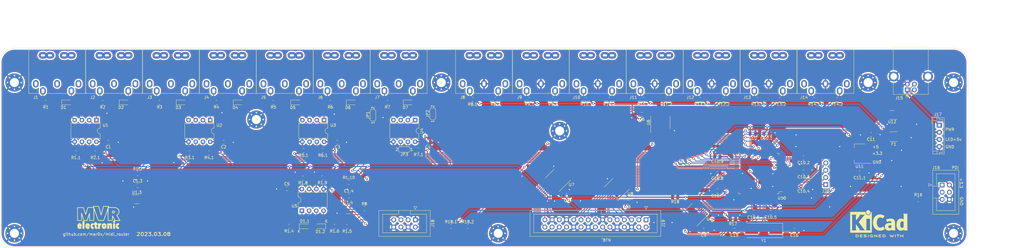
<source format=kicad_pcb>
(kicad_pcb (version 20221018) (generator pcbnew)
  (layers (0 "F.Cu" signal) (31 "B.Cu" signal) (34 "B.Paste" user) (35 "F.Paste" user) (36 "B.SilkS" user "B.Silkscreen") (37 "F.SilkS" user "F.Silkscreen") (38 "B.Mask" user) (39 "F.Mask" user) (44 "Edge.Cuts" user))
  (net 0 "")
  (net 1 "+3V3")
  (net 2 "+5V")
  (net 3 "Net-(C15-Pad1)")
  (net 4 "Net-(C16-Pad2)")
  (net 5 "Net-(D1-Pad1)")
  (net 6 "Net-(D1-Pad2)")
  (net 7 "Net-(D1.1-Pad1)")
  (net 8 "Net-(D1.2-Pad1)")
  (net 9 "Net-(D1.2-Pad2)")
  (net 10 "Net-(D2-Pad2)")
  (net 11 "Net-(D3-Pad2)")
  (net 12 "Net-(D7-Pad1)")
  (net 13 "Net-(D4-Pad2)")
  (net 14 "Net-(D5-Pad1)")
  (net 15 "Net-(D5-Pad2)")
  (net 16 "Net-(D6-Pad1)")
  (net 17 "Net-(J1-Pad4)")
  (net 21 "Net-(J2-Pad4)")
  (net 25 "Net-(J3-Pad4)")
  (net 29 "Net-(J4-Pad4)")
  (net 33 "Net-(J5-Pad4)")
  (net 37 "Net-(J6-Pad4)")
  (net 41 "Net-(J7-Pad4)")
  (net 45 "Net-(J8-Pad4)")
  (net 48 "Net-(J8-Pad5)")
  (net 49 "Net-(J9-Pad4)")
  (net 52 "Net-(J9-Pad5)")
  (net 53 "Net-(J10-Pad4)")
  (net 56 "Net-(J10-Pad5)")
  (net 57 "Net-(J11-Pad4)")
  (net 60 "Net-(J11-Pad5)")
  (net 61 "Net-(J13-Pad4)")
  (net 64 "Net-(J13-Pad5)")
  (net 65 "Net-(J14-Pad4)")
  (net 68 "Net-(J14-Pad5)")
  (net 69 "Net-(D6-Pad2)")
  (net 70 "Net-(D7-Pad2)")
  (net 71 "PDI_DATA")
  (net 74 "PDI_CLK")
  (net 75 "/D0-")
  (net 76 "/D0+")
  (net 77 "Net-(JP3-Pad1)")
  (net 78 "~{B_EN}")
  (net 79 "~{A_EN}")
  (net 80 "~{OEN}")
  (net 81 "TX1")
  (net 82 "Net-(J12-Pad5)")
  (net 83 "Net-(J12-Pad4)")
  (net 110 "D+")
  (net 111 "D-")
  (net 112 "Net-(J20-Pad1)")
  (net 115 "Net-(D2-Pad1)")
  (net 116 "Net-(D3-Pad1)")
  (net 117 "Net-(D4-Pad1)")
  (net 118 "Net-(JP3-Pad3)")
  (net 119 "Net-(R1.8-Pad1)")
  (net 120 "FRONT_IN_5")
  (net 121 "PWR_OUT")
  (net 122 "PWR_IN")
  (net 123 "FRONT_IN_4")
  (net 124 "FRONT_OUT_4")
  (net 125 "FRONT_IN_2")
  (net 126 "FRONT_OUT_5")
  (net 127 "TX2")
  (net 128 "TX3")
  (net 129 "TX4")
  (net 130 "TX5")
  (net 131 "TX6")
  (net 132 "TX7")
  (net 133 "UARTC0_TX")
  (net 134 "UARTC1_TX")
  (net 135 "UARTD0_TX")
  (net 136 "UARTE0_TX")
  (net 137 "UARTE1_TX")
  (net 138 "UARTF0_TX")
  (net 139 "UARTF1_TX")
  (net 140 "~{UART1_FRONT_EN}")
  (net 141 "~{BTN}")
  (net 142 "TX1_FRONT")
  (net 143 "J7.1+")
  (net 144 "J7.2+")
  (net 145 "J7.1-")
  (net 146 "J7.2-")
  (net 147 "RX7")
  (net 148 "RX2")
  (net 149 "RX3")
  (net 150 "RX4")
  (net 151 "RX5")
  (net 152 "RX6")
  (net 153 "RX1")
  (net 154 "GND")
  (net 155 "U7.7")
  (net 156 "U7.8")
  (net 157 "U7.9")
  (net 158 "U7.2")
  (net 159 "U7.3")
  (net 160 "U7.4")
  (net 161 "U7.5")
  (net 162 "U7.6")
  (net 163 "U8.2")
  (net 164 "U8.3")
  (net 165 "U8.4")
  (net 166 "U8.5")
  (net 167 "U8.6")
  (net 168 "U8.7")
  (net 169 "U8.8")
  (net 170 "U8.9")
  (net 171 "U9.4")
  (net 172 "U9.5")
  (net 173 "U9.6")
  (net 174 "U9.7")
  (net 175 "U9.8")
  (net 176 "U9.9")
  (net 177 "U7.11")
  (net 178 "U7.12")
  (net 179 "U7.13")
  (net 180 "U7.14")
  (net 181 "U7.18")
  (net 182 "U7.15")
  (net 183 "U7.17")
  (net 184 "U7.16")
  (net 185 "U9.12")
  (net 186 "U9.13")
  (net 187 "U9.11")
  (net 188 "U9.14")
  (net 189 "U9.15")
  (net 190 "U9.16")
  (net 191 "U8.18")
  (net 192 "U8.17")
  (net 193 "U8.16")
  (net 194 "U8.15")
  (net 195 "U8.14")
  (net 196 "U8.13")
  (net 197 "U8.12")
  (net 198 "U8.11")
  (net 199 "Net-(R1.1-Pad1)")
  (net 200 "Net-(J20-Pad2)")
  (net 201 "Net-(J20-Pad3)")
  (net 202 "Net-(J20-Pad4)")
  (net 203 "U9.17")
  (net 204 "U9.3")
  (net 209 "RX1F")
  (footprint "Resistor_SMD:R_0805_2012Metric" (layer "F.Cu") (at 176.0875 119 180)
    (fp_text reference "R7")
    (fp_text value "220")
  )
  (footprint "Package_TO_SOT_SMD:SOT-223-3_TabPin2" (layer "F.Cu") (at 342 137 180)
    (fp_text reference "U11")
    (fp_text value "LD1117S33TR_SOT223")
  )
  (footprint "Capacitor_SMD:C_0805_2012Metric" (layer "F.Cu") (at 342 143.8 180)
    (fp_text reference "C11.1")
    (fp_text value "10u")
  )
  (footprint "MountingHole:MountingHole_3.2mm_M3_Pad_Via" (layer "F.Cu") (at 45 112)
    (fp_text reference "H1" hide)
    (fp_text value "MountingHole_Pad" hide)
  )
  (footprint "Diode_SMD:D_SOD-323_HandSoldering" (layer "F.Cu") (at 63.5 119)
    (fp_text reference "D1")
    (fp_text value "BAS316.115")
  )
  (footprint "Resistor_SMD:R_0805_2012Metric" (layer "F.Cu") (at 161.9 162.6 180)
    (fp_text reference "R1.5")
    (fp_text value "220")
  )
  (footprint "Capacitor_SMD:C_0805_2012Metric" (layer "F.Cu") (at 292 150.1 180)
    (fp_text reference "C10.7")
    (fp_text value "0.1u")
  )
  (footprint "Package_DIP:DIP-8_W7.62mm" (layer "F.Cu") (at 185.8 125.2 -90)
    (fp_text reference "U4")
    (fp_text value "HCPL-2631")
  )
  (footprint "Diode_SMD:D_SOD-323_HandSoldering" (layer "F.Cu") (at 123.75 119)
    (fp_text reference "D4")
    (fp_text value "BAS316.115")
  )
  (footprint "Resistor_SMD:R_0805_2012Metric" (layer "F.Cu") (at 88.3 144)
    (fp_text reference "R1.2")
    (fp_text value "100k")
  )
  (footprint "Resistor_SMD:R_0805_2012Metric" (layer "F.Cu") (at 286 118 180)
    (fp_text reference "R12.1")
    (fp_text value "220")
  )
  (footprint "Resistor_SMD:R_0805_2012Metric" (layer "F.Cu") (at 266 118 180)
    (fp_text reference "R11.1")
    (fp_text value "220")
  )
  (footprint "Resistor_SMD:R_0805_2012Metric" (layer "F.Cu") (at 187 135.7 180)
    (fp_text reference "R7.1")
    (fp_text value "220")
  )
  (footprint "Resistor_SMD:R_0805_2012Metric" (layer "F.Cu") (at 153.4 135.9 180)
    (fp_text reference "R6.1")
    (fp_text value "220")
  )
  (footprint "Capacitor_SMD:C_0805_2012Metric" (layer "F.Cu") (at 78 133 180)
    (fp_text reference "C1")
    (fp_text value "0.1u")
  )
  (footprint "Package_SO:TSSOP-20_4.4x6.5mm_P0.65mm" (layer "F.Cu") (at 256.2 149.6 -135)
    (fp_text reference "U8")
    (fp_text value "74HCT541")
  )
  (footprint "Diode_SMD:D_SOD-323_HandSoldering" (layer "F.Cu") (at 152.5 162.55 180)
    (fp_text reference "D1.2")
    (fp_text value "BAS316.115")
  )
  (footprint "Package_DIP:DIP-8_W7.62mm" (layer "F.Cu") (at 153.8 125.2 -90)
    (fp_text reference "U3")
    (fp_text value "HCPL-2631")
  )
  (footprint "Diode_SMD:D_SOD-323_HandSoldering" (layer "F.Cu") (at 183.5 119)
    (fp_text reference "D7")
    (fp_text value "BAS316.115")
  )
  (footprint "Package_TO_SOT_SMD:SOT-23-5" (layer "F.Cu") (at 162.25 156.55)
    (fp_text reference "U1.4")
    (fp_text value "74AHC1G125")
  )
  (footprint "Resistor_SMD:R_0805_2012Metric" (layer "F.Cu") (at 246 118 180)
    (fp_text reference "R10.1")
    (fp_text value "220")
  )
  (footprint "Package_DIP:DIP-8_W7.62mm" (layer "F.Cu") (at 113.8 125.2 -90)
    (fp_text reference "U2")
    (fp_text value "HCPL-2631")
  )
  (footprint "lib:DIN5MIDI-OOTDTY" (layer "F.Cu") (at 222.5 112.45)
    (fp_text reference "J9")
    (fp_text value "DIN-5_180degree")
  )
  (footprint "Capacitor_SMD:C_0805_2012Metric" (layer "F.Cu") (at 310.7 157.65 180)
    (fp_text reference "C10.5")
    (fp_text value "0.1u")
  )
  (footprint "Resistor_SMD:R_0805_2012Metric" (layer "F.Cu") (at 167.95 156.3)
    (fp_text reference "R8")
    (fp_text value "100")
  )
  (footprint "Capacitor_SMD:C_0805_2012Metric" (layer "F.Cu") (at 158.5 133 180)
    (fp_text reference "C3")
    (fp_text value "0.1u")
  )
  (footprint "Package_QFP:TQFP-100_14x14mm_P0.5mm" (layer "F.Cu") (at 306.55 144 180)
    (fp_text reference "U10")
    (fp_text value "ATxmega128A1U-A")
  )
  (footprint "lib:DIN5MIDI-OOTDTY" (layer "F.Cu") (at 172.5 112.45)
    (fp_text reference "J7")
    (fp_text value "DIN-5_180degree")
  )
  (footprint "Capacitor_SMD:C_0805_2012Metric" (layer "F.Cu") (at 140.75 149.3)
    (fp_text reference "C5")
    (fp_text value "0.1u")
  )
  (footprint "lib:DIN5MIDI-OOTDTY" (layer "F.Cu") (at 152.5 112.45)
    (fp_text reference "J6")
    (fp_text value "DIN-5_180degree")
  )
  (footprint "Resistor_SMD:R_0805_2012Metric" (layer "F.Cu") (at 294.2 118 180)
    (fp_text reference "R12.2")
    (fp_text value "220")
  )
  (footprint "Resistor_SMD:R_0805_2012Metric" (layer "F.Cu") (at 113.4 136.75 180)
    (fp_text reference "R4.1")
    (fp_text value "220")
  )
  (footprint "Capacitor_SMD:C_0805_2012Metric" (layer "F.Cu") (at 346 130.3 180)
    (fp_text reference "C11")
    (fp_text value "0.1u")
  )
  (footprint "Connector_IDC:IDC-Header_2x04_P2.54mm_Vertical" (layer "F.Cu") (at 185.8975 160.2475 -90)
    (fp_text reference "J18")
    (fp_text value "Conn_02x04_Odd_Even" hide)
  )
  (footprint "Package_TO_SOT_SMD:SOT-23-6" (layer "F.Cu") (at 353.4 123.4 180)
    (fp_text reference "U12")
    (fp_text value "USBLC6-2SC6")
  )
  (footprint "Resistor_SMD:R_0805_2012Metric" (layer "F.Cu") (at 274 118 180)
    (fp_text reference "R11.2")
    (fp_text value "220")
  )
  (footprint "Resistor_SMD:R_0805_2012Metric" (layer "F.Cu") (at 162.5 147.05)
    (fp_text reference "R1.10")
    (fp_text value "100k")
  )
  (footprint "Resistor_SMD:R_0805_2012Metric" (layer "F.Cu") (at 306 118 180)
    (fp_text reference "R13.1")
    (fp_text value "220")
  )
  (footprint "MountingHole:MountingHole_3.2mm_M3_Pad_Via" (layer "F.Cu") (at 375 165)
    (fp_text reference "H5" hide)
    (fp_text value "MountingHole_Pad" hide)
  )
  (footprint "lib:DIN5MIDI-OOTDTY" (layer "F.Cu") (at 302.5 112.45)
    (fp_text reference "J13")
    (fp_text value "DIN-5_180degree")
  )
  (footprint "Resistor_SMD:R_0805_2012Metric" (layer "F.Cu") (at 314 118 180)
    (fp_text reference "R13.2")
    (fp_text value "220")
  )
  (footprint "Resistor_SMD:R_0805_2012Metric" (layer "F.Cu") (at 96 119 180)
    (fp_text reference "R3")
    (fp_text value "220")
  )
  (footprint "MountingHole:MountingHole_3.2mm_M3_Pad_Via" (layer "F.Cu") (at 45 165)
    (fp_text reference "H7" hide)
    (fp_text value "MountingHole_Pad" hide)
  )
  (footprint "Resistor_SMD:R_0805_2012Metric" (layer "F.Cu") (at 326 118 180)
    (fp_text reference "R14.1")
    (fp_text value "220")
  )
  (footprint "lib:DIN5MIDI-OOTDTY" (layer "F.Cu") (at 92.5 112.45)
    (fp_text reference "J3")
    (fp_text value "DIN-5_180degree")
  )
  (footprint "Connector_JST:JST_EH_B4B-EH-A_1x04_P2.50mm_Vertical" (layer "F.Cu") (at 370 127 -90)
    (fp_text reference "J17")
    (fp_text value "Conn_01x04_Male" hide)
  )
  (footprint "MountingHole:MountingHole_3.2mm_M3_Pad_Via" (layer "F.Cu") (at 345 112)
    (fp_text reference "H3" hide)
    (fp_text value "MountingHole_Pad" hide)
  )
  (footprint "lib:DIN5MIDI-OOTDTY" (layer "F.Cu") (at 112.5 112.45)
    (fp_text reference "J4")
    (fp_text value "DIN-5_180degree")
  )
  (footprint "Resistor_SMD:R_0805_2012Metric" (layer "F.Cu") (at 198.4 162.6)
    (fp_text reference "R18.1")
    (fp_text value "220")
  )
  (footprint "Package_DIP:DIP-8_W7.62mm" (layer "F.Cu") (at 146 157.05 90)
    (fp_text reference "U5")
    (fp_text value "HCPL-2631")
  )
  (footprint "Capacitor_SMD:C_0805_2012Metric" (layer "F.Cu") (at 292 144 180)
    (fp_text reference "C10.8")
    (fp_text value "0.1u")
  )
  (footprint "lib:DIN5MIDI-OOTDTY" (layer "F.Cu") (at 282.5 112.45)
    (fp_text reference "J12")
    (fp_text value "DIN-5_180degree")
  )
  (footprint "Resistor_SMD:R_0805_2012Metric" (layer "F.Cu") (at 214 118 180)
    (fp_text reference "R8.2")
    (fp_text value "220")
  )
  (footprint "Fuse:Fuse_1812_4532Metric" (layer "F.Cu") (at 354 131 180)
    (fp_text reference "F1")
    (fp_text value "MF-MSMF050-2")
  )
  (footprint "Resistor_SMD:R_0805_2012Metric" (layer "F.Cu") (at 116 119 180)
    (fp_text reference "R4")
    (fp_text value "220")
  )
  (footprint "Connector_IDC:IDC-Header_2x03_P2.54mm_Vertical" (layer "F.Cu") (at 371 148)
    (fp_text reference "J16")
    (fp_text value "DS1013-06SSiB1-B-0")
  )
  (footprint "Resistor_SMD:R_0805_2012Metric" (layer "F.Cu") (at 277.17 152.25 180)
    (fp_text reference "R18")
    (fp_text value "100k")
  )
  (footprint "Resistor_SMD:R_0805_2012Metric" (layer "F.Cu") (at 226 118 180)
    (fp_text reference "R9.1")
    (fp_text value "220")
  )
  (footprint "Capacitor_SMD:C_0805_2012Metric" (layer "F.Cu") (at 287.2 164 180)
    (fp_text reference "C9")
    (fp_text value "0.1u")
  )
  (footprint "Jumper:SolderJumper-3_P1.3mm_Bridged12_RoundedPad1.0x1.5mm_NumberLabels" (layer "F.Cu") (at 171 123.5 90)
    (fp_text reference "JP1")
    (fp_text value "SolderJumper_3_Bridged12" hide)
  )
  (footprint "Resistor_SMD:R_0805_2012Metric" (layer "F.Cu") (at 106.6 136.75 180)
    (fp_text reference "R3.1")
    (fp_text value "220")
  )
  (footprint "Resistor_SMD:R_0805_2012Metric" (layer "F.Cu") (at 206 118 180)
    (fp_text reference "R8.1")
    (fp_text value "220")
  )
  (footprint "Diode_SMD:D_SOD-323_HandSoldering" (layer "F.Cu") (at 103.75 119)
    (fp_text reference "D3")
    (fp_text value "BAS316.115")
  )
  (footprint "Capacitor_SMD:C_0805_2012Metric" (layer "F.Cu") (at 162.5 151.8)
    (fp_text reference "C1.4")
    (fp_text value "0.1u")
  )
  (footprint "lib:DIN5MIDI-OOTDTY" (layer "F.Cu") (at 262.5 112.45)
    (fp_text reference "J11")
    (fp_text value "DIN-5_180degree")
  )
  (footprint "Capacitor_SMD:C_0805_2012Metric" (layer "F.Cu") (at 298 164 180)
    (fp_text reference "C15")
    (fp_text value "15p")
  )
  (footprint "Package_DIP:DIP-8_W7.62mm" (layer "F.Cu") (at 73.8 125.2 -90)
    (fp_text reference "U1")
    (fp_text value "HCPL-2631")
  )
  (footprint "Capacitor_SMD:C_0805_2012Metric" (layer "F.Cu") (at 88.3 148.25)
    (fp_text reference "C1.3")
    (fp_text value "0.1u")
  )
  (footprint "lib:DIN5MIDI-OOTDTY" (layer "F.Cu") (at 322.5 112.45)
    (fp_text reference "J14")
    (fp_text value "DIN-5_180degree")
  )
  (footprint "Resistor_SMD:R_0805_2012Metric" (layer "F.Cu") (at 204.3 162.6)
    (fp_text reference "R18.2")
    (fp_text value "220")
  )
  (footprint "Capacitor_SMD:C_0805_2012Metric" (layer "F.Cu") (at 260.6 154.1 180)
    (fp_text reference "C8")
    (fp_text value "0.1u")
  )
  (footprint "Resistor_SMD:R_0805_2012Metric" (layer "F.Cu") (at 156 119 180)
    (fp_text reference "R6")
    (fp_text value "220")
  )
  (footprint "Capacitor_SMD:C_0805_2012Metric" (layer "F.Cu") (at 292 138.1 180)
    (fp_text reference "C10.9")
    (fp_text value "0.1u")
  )
  (footprint "Diode_SMD:D_SOD-323_HandSoldering" (layer "F.Cu") (at 83.7 119)
    (fp_text reference "D2")
    (fp_text value "BAS316.115")
  )
  (footprint "Capacitor_SMD:C_0805_2012Metric" (layer "F.Cu") (at 118.5 133 180)
    (fp_text reference "C2")
    (fp_text value "0.1u")
  )
  (footprint "MountingHole:MountingHole_3.2mm_M3_Pad_Via" (layer "F.Cu") (at 215 165)
    (fp_text reference "H6" hide)
    (fp_text value "MountingHole_Pad" hide)
  )
  (footprint "MountingHole:MountingHole_3.2mm_M3_Pad_Via" (layer "F.Cu") (at 130 125)
    (fp_text reference "H8" hide)
    (fp_text value "MountingHole_Pad" hide)
  )
  (footprint "Resistor_SMD:R_0805_2012Metric" (layer "F.Cu") (at 362.6 153.1)
    (fp_text reference "R16")
    (fp_text value "10k")
  )
  (footprint "Resistor_SMD:R_0805_2012Metric" (layer "F.Cu") (at 153.2 145.55 180)
    (fp_text reference "R1.9")
    (fp_text value "1k")
  )
  (footprint "Capacitor_SMD:C_0805_2012Metric" (layer "F.Cu") (at 239.1 151.8 180)
    (fp_text reference "C7")
    (fp_text value "0.1u")
  )
  (footprint "MountingHole:MountingHole_3.2mm_M3_Pad_Via" (layer "F.Cu") (at 195 112)
    (fp_text reference "H2" hide)
    (fp_text value "MountingHole_Pad" hide)
  )
  (footprint "Package_SO:TSSOP-20_4.4x6.5mm_P0.65mm" (layer "F.Cu") (at 283.95 158.5 -135)
    (fp_text reference "U9")
    (fp_text value "74HCT541")
  )
  (footprint "Capacitor_SMD:C_0805_2012Metric" (layer "F.Cu") (at 304.7 157.65 180)
    (fp_text reference "C10.6")
    (fp_text value "0.1u")
  )
  (footprint "Resistor_SMD:R_0805_2012Metric" (layer "F.Cu") (at 254 118 180)
    (fp_text reference "R10.2")
    (fp_text value "220")
  )
  (footprint "Resistor_SMD:R_0805_2012Metric" (layer "F.Cu") (at 66.6 136.75 180)
    (fp_text reference "R1.1")
    (fp_text value "220")
  )
  (footprint "Connector_IDC:IDC-Header_2x15_P2.54mm_Vertical" (layer "F.Cu") (at 266.95 160.2475 -90)
    (fp_text reference "J19")
    (fp_text value "Conn_02x15_Odd_Even" hide)
  )
  (footprint "Capacitor_SMD:C_0805_2012Metric" (layer "F.Cu") (at 309.3 129.9 180)
    (fp_text reference "C10.1")
    (fp_text value "0.1u")
  )
  (footprint "lib:DIN5MIDI-OOTDTY" (layer "F.Cu") (at 202.5 112.45)
    (fp_text reference "J8")
    (fp_text value "DIN-5_180degree")
  )
  (footprint "Crystal:Crystal_SMD_HC49-SD" (layer "F.Cu") (at 308.3 164 180)
    (fp_text reference "Y1")
    (fp_text value "16MHz")
  )
  (footprint "Capacitor_SMD:C_0805_2012Metric" (layer "F.Cu") (at 190.25 133 180)
    (fp_text reference "C4")
    (fp_text value "0.1u")
  )
  (footprint "Resistor_SMD:R_0805_2012Metric" (layer "F.Cu") (at 141.5 162.55 180)
    (fp_text reference "R1.4")
    (fp_text value "220")
  )
  (footprint "Capacitor_SMD:C_0805_2012Metric" (layer "F.Cu") (at 322.3 138.5 180)
    (fp_text reference "C10.2")
    (fp_text value "0.1u")
  )
  (footprint "Resistor_SMD:R_0805_2012Metric" (layer "F.Cu") (at 297.5 160 180)
    (fp_text reference "R17")
    (fp_text value "10k")
  )
  (footprint "Resistor_SMD:R_0805_2012Metric" (layer "F.Cu") (at 136 119 180)
    (fp_text reference "R5")
    (fp_text value "220")
  )
  (footprint "Resistor_SMD:R_0805_2012Metric" (layer "F.Cu") (at 234.2 118 180)
    (fp_text reference "R9.2")
    (fp_text value "220")
  )
  (footprint "Package_SO:TSSOP-20_4.4x6.5mm_P0.65mm" (layer "F.Cu") (at 235.5 146.4 -135)
    (fp_text reference "U7")
    (fp_text value "74HCT541")
  )
  (footprint "Resistor_SMD:R_0805_2012Metric" (layer "F.Cu") (at 56 119 180)
    (fp_text reference "R1")
    (fp_text value "220")
  )
  (footprint "Resistor_SMD:R_0805_2012Metric" (layer "F.Cu") (at 157.5 162.55 180)
    (fp_text reference "R1.6")
    (fp_text value "220")
  )
  (footprint "Package_SO:TSSOP-20_4.4x6.5mm_P0.65mm" (layer "F.Cu") (at 272 126 90)
    (fp_text reference "U6")
    (fp_text value "74HCT541")
  )
  (footprint "Capacitor_SMD:C_0805_2012Metric" (layer "F.Cu") (at 322.3 148.5 180)
    (fp_text reference "C10.4")
    (fp_text value "0.1u")
  )
  (footprint "Diode_SMD:D_SOD-323_HandSoldering" (layer "F.Cu") (at 144 119)
    (fp_text reference "D5")
    (fp_text value "BAS316.115")
  )
  (footprint "lib:DIN5MIDI-OOTDTY" (layer "F.Cu") (at 52.5 112.45)
    (fp_text reference "J1")
    (fp_text value "DIN-5_180degree")
  )
  (footprint "Resistor_SMD:R_0805_2012Metric" (layer "F.Cu") (at 73.4 136.75 180)
    (fp_text reference "R2.1")
    (fp_text value "220")
  )
  (footprint "Jumper:SolderJumper-3_P1.3mm_Bridged12_RoundedPad1.0x1.5mm_NumberLabels" (layer "F.Cu") (at 192 123 90)
    (fp_text reference "JP2")
    (fp_text value "SolderJumper_3_Bridged12" hide)
  )
  (footprint "Capacitor_SMD:C_0805_2012Metric" (layer "F.Cu") (at 265.5 123.2 180)
    (fp_text reference "C6")
    (fp_text value "0.1u")
  )
  (footprint "Resistor_SMD:R_0805_2012Metric" (layer "F.Cu") (at 334 118 180)
    (fp_text reference "R14.2")
    (fp_text value "220")
  )
  (footprint "Connector_USB:USB_B_OST_USB-B1HSxx_Horizontal" (layer "F.Cu") (at 358.75 114.5775 90)
    (fp_text reference "J15")
    (fp_text value "USB_B")
  )
  (footprint "lib:mvr-logo-16x10" (layer "F.Cu") (at 74.4 159.3)
    (fp_text reference "G***" hide)
    (fp_text value "LOGO" hide)
  )
  (footprint "lib:DIN5MIDI-OOTDTY" (layer "F.Cu") (at 72.5 112.45)
    (fp_text reference "J2")
    (fp_text value "DIN-5_180degree")
  )
  (footprint "Resistor_SMD:R_0805_2012Metric" (layer "F.Cu") (at 146.4 145.6 180)
    (fp_text reference "R1.8")
    (fp_text value "220")
  )
  (footprint "Jumper:SolderJumper-3_P1.3mm_Bridged12_RoundedPad1.0x1.5mm_NumberLabels" (layer "F.Cu") (at 182 135.5 180)
    (fp_text reference "JP3")
    (fp_text value "SolderJumper_3_Bridged12" hide)
  )
  (footprint "Resistor_SMD:R_0805_2012Metric" (layer "F.Cu") (at 146.6 135.9 180)
    (fp_text reference "R5.1")
    (fp_text value "220")
  )
  (footprint "Package_TO_SOT_SMD:SOT-23-5" (layer "F.Cu") (at 88 153)
    (fp_text reference "U1.3")
    (fp_text value "74AHC1G125")
  )
  (footprint "Capacitor_SMD:C_0805_2012Metric" (layer "F.Cu") (at 322.3 143.5 180)
    (fp_text reference "C10.3")
    (fp_text value "0.1u")
  )
  (footprint "MountingHole:MountingHole_3.2mm_M3_Pad_Via" (layer "F.Cu") (at 375 112)
    (fp_text reference "H4" hide)
    (fp_text value "MountingHole_Pad" hide)
  )
  (footprint "lib:DIN5MIDI-OOTDTY" (layer "F.Cu") (at 132.5 112.45)
    (fp_text reference "J5")
    (fp_text value "DIN-5_180degree")
  )
  (footprint "Diode_SMD:D_SOD-323_HandSoldering" (layer "F.Cu") (at 163.5 119)
    (fp_text reference "D6")
    (fp_text value "BAS316.115")
  )
  (footprint "MountingHole:MountingHole_3.2mm_M3_Pad_Via" (layer "F.Cu") (at 236.6 129)
    (fp_text reference "H9" hide)
    (fp_text value "MountingHole_Pad" hide)
  )
  (footprint "Resistor_SMD:R_0805_2012Metric" (layer "F.Cu") (at 76 119 180)
    (fp_text reference "R2")
    (fp_text value "220")
  )
  (footprint "Connector_PinHeader_2.54mm:PinHeader_1x04_P2.54mm_Vertical" (layer "F.Cu") (at 330.1 147.9 180)
    (fp_text reference "J20")
    (fp_text value "Conn_01x04_Male" hide)
  )
  (footprint "Capacitor_SMD:C_0805_2012Metric" (layer "F.Cu") (at 304.45 129.9 180)
    (fp_text reference "C10")
    (fp_text value "0.1u")
  )
  (footprint "Symbol:KiCad-Logo2_8mm_SilkScreen" (layer "F.Cu") (at 348.8 160.8)
    (fp_text reference "REF**" hide)
    (fp_text value "KiCad-Logo2_8mm_SilkScreen" hide)
  )
  (footprint "Capacitor_SMD:C_0805_2012Metric" (layer "F.Cu") (at 319.05 164 180)
    (fp_text reference "C16")
    (fp_text value "15p")
  )
  (footprint "Diode_SMD:D_SOD-323_HandSoldering" (layer "F.Cu") (at 147 162.55)
    (fp_text reference "D1.1")
    (fp_text value "BAS316.115")
  )
  (footprint "lib:DIN5MIDI-OOTDTY" (layer "F.Cu") (at 242.5 112.45)
    (fp_text reference "J10")
    (fp_text value "DIN-5_180degree")
  )
  (gr_line (start 40 165) (end 40 105) (stroke (width 0.1)) (layer "Edge.Cuts"))
  (gr_line (start 375 170) (end 45 170) (stroke (width 0.1)) (layer "Edge.Cuts"))
  (gr_arc (start 45 170) (mid 41.464466 168.535534) (end 40 165) (stroke (width 0.1)) (layer "Edge.Cuts"))
  (gr_line (start 380 105) (end 380 165) (stroke (width 0.1)) (layer "Edge.Cuts"))
  (gr_line (start 45 100) (end 375 100) (stroke (width 0.1)) (layer "Edge.Cuts"))
  (gr_arc (start 380 165) (mid 378.535534 168.535534) (end 375 170) (stroke (width 0.1)) (layer "Edge.Cuts"))
  (gr_arc (start 375 100) (mid 378.535534 101.464466) (end 380 105) (stroke (width 0.1)) (layer "Edge.Cuts"))
  (gr_arc (start 40 105) (mid 41.464466 101.464466) (end 45 100) (stroke (width 0.1)) (layer "Edge.Cuts"))
  (gr_text "github.com/mar0x/midi_router" (at 73.7 165.3) (layer "F.SilkS") (effects (font (size 1 1))))
  (gr_text "2023.03.08" (at 93.9 165.3) (layer "F.SilkS") (effects (font (size 1.2 1.4) (thickness 0.2))))
  (segment (start 289.6 138.52452) (end 290.3548 139.27932) (width 0.4) (layer "F.Cu") (net 1))
  (segment (start 278.1325 152.3) (end 278.0825 152.25) (width 0.4) (layer "F.Cu") (net 1))
  (segment (start 321.35 142.55) (end 321.35 143.5) (width 0.4) (layer "F.Cu") (net 1))
  (segment (start 314.2125 148.5) (end 321.35 148.5) (width 0.25) (layer "F.Cu") (net 1))
  (segment (start 304.05 157.35) (end 303.75 157.65) (width 0.25) (layer "F.Cu") (net 1))
  (segment (start 158.1 141.5625) (end 154.1125 145.55) (width 0.4) (layer "F.Cu") (net 1))
  (segment (start 303.52452 136.31202) (end 303.52452 129.92452) (width 0.25) (layer "F.Cu") (net 1))
  (segment (start 158.1 141.5) (end 158.1 141.5625) (width 0.4) (layer "F.Cu") (net 1))
  (segment (start 314.2125 138.5) (end 321.35 138.5) (width 0.25) (layer "F.Cu") (net 1))
  (segment (start 308.55 130.1) (end 308.35 129.9) (width 0.25) (layer "F.Cu") (net 1))
  (segment (start 372.29048 146.75048) (end 373.54 148) (width 0.4) (layer "F.Cu") (net 1))
  (segment (start 153.8 132.82) (end 157.37 132.82) (width 0.4) (layer "F.Cu") (net 1))
  (segment (start 326.9 137) (end 321.35 142.55) (width 0.4) (layer "F.Cu") (net 1))
  (segment (start 308.55 136.3375) (end 308.55 130.1) (width 0.25) (layer "F.Cu") (net 1))
  (segment (start 163.4125 147.05) (end 163.4125 151.7625) (width 0.4) (layer "F.Cu") (net 1))
  (segment (start 157.37 132.82) (end 157.55 133) (width 0.4) (layer "F.Cu") (net 1))
  (segment (start 163.45 151.8) (end 163.45 155.5375) (width 0.4) (layer "F.Cu") (net 1))
  (segment (start 77.1 136.8) (end 74.3625 136.8) (width 0.4) (layer "F.Cu") (net 1))
  (segment (start 91.7125 141.5) (end 89.2125 144) (width 0.4) (layer "F.Cu") (net 1))
  (segment (start 157.6 133.05) (end 157.55 133) (width 0.4) (layer "F.Cu") (net 1))
  (segment (start 190.1 135.8) (end 188.0125 135.8) (width 0.4) (layer "F.Cu") (net 1))
  (segment (start 295.1 150.4) (end 293.25 150.4) (width 0.4) (layer "F.Cu") (net 1))
  (segment (start 89.2125 144) (end 89.2125 151.975) (width 0.4) (layer "F.Cu") (net 1))
  (segment (start 298.8875 144.5) (end 293.45 144.5) (width 0.25) (layer "F.Cu") (net 1))
  (segment (start 309.55 154.45) (end 311.65 156.55) (width 0.25) (layer "F.Cu") (net 1))
  (segment (start 303.1 157) (end 303.75 157.65) (width 0.4) (layer "F.Cu") (net 1))
  (segment (start 145.4875 145.6) (end 145.4875 144.9125) (width 0.4) (layer "F.Cu") (net 1))
  (segment (start 69.7 141.3) (end 65.6875 137.2875) (width 0.4) (layer "F.Cu") (net 1))
  (segment (start 163.45 155.5375) (end 163.3875 155.6) (width 0.4) (layer "F.Cu") (net 1))
  (segment (start 104.6375 137.8) (end 105.6875 136.75) (width 0.4) (layer "F.Cu") (net 1))
  (segment (start 117.6 136.8) (end 114.3625 136.8) (width 0.4) (layer "F.Cu") (net 1))
  (segment (start 313.6 155.7) (end 311.65 157.65) (width 0.4) (layer "F.Cu") (net 1))
  (segment (start 309.55 151.6625) (end 309.55 154.45) (width 0.25) (layer "F.Cu") (net 1))
  (segment (start 292.95 138.35) (end 292.95 138.1) (width 0.4) (layer "F.Cu") (net 1))
  (segment (start 338.85 137) (end 331.3 137) (width 0.4) (layer "F.Cu") (net 1))
  (segment (start 76.87 132.82) (end 77.05 133) (width 0.4) (layer "F.Cu") (net 1))
  (segment (start 189.3 130.8) (end 189.3 133) (width 0.4) (layer "F.Cu") (net 1))
  (segment (start 311.65 156.55) (end 311.65 157.65) (width 0.25) (layer "F.Cu") (net 1))
  (segment (start 141.7 149.3) (end 141.83 149.43) (width 0.4) (layer "F.Cu") (net 1))
  (segment (start 322.85 137) (end 321.35 138.5) (width 0.4) (layer "F.Cu") (net 1))
  (segment (start 304.05 151.6625) (end 304.05 157.35) (width 0.25) (layer "F.Cu") (net 1))
  (segment (start 361.8 153.1) (end 365.3 156.6) (width 0.4) (layer "F.Cu") (net 1))
  (segment (start 298.8875 149.5) (end 293.55 149.5) (width 0.25) (layer "F.Cu") (net 1))
  (segment (start 77.1 133.05) (end 77.05 133) (width 0.4) (layer "F.Cu") (net 1))
  (segment (start 293.55 149.5) (end 292.95 150.1) (width 0.25) (layer "F.Cu") (net 1))
  (segment (start 365.3 156.6) (end 373.2 156.6) (width 0.4) (layer "F.Cu") (net 1))
  (segment (start 141.83 149.43) (end 146 149.43) (width 0.4) (layer "F.Cu") (net 1))
  (segment (start 103.1 137.8) (end 104.6375 137.8) (width 0.4) (layer "F.Cu") (net 1))
  (segment (start 141.7 141.5) (end 141.7 149.3) (width 0.4) (layer "F.Cu") (net 1))
  (segment (start 338.85 137) (end 322.85 137) (width 0.4) (layer "F.Cu") (net 1))
  (segment (start 145.4875 144.9125) (end 148.9 141.5) (width 0.4) (layer "F.Cu") (net 1))
  (segment (start 89.2125 151.975) (end 89.1375 152.05) (width 0.4) (layer "F.Cu") (net 1))
  (segment (start 296.5875 159.9875) (end 294.9 158.3) (width 0.4) (layer "F.Cu") (net 1))
  (segment (start 117.6 136.8) (end 117.6 133.05) (width 0.4) (layer "F.Cu") (net 1))
  (segment (start 301.6 157) (end 303.1 157) (width 0.4) (layer "F.Cu") (net 1))
  (segment (start 290.3548 139.27932) (end 292.02068 139.27932) (width 0.4) (layer "F.Cu") (net 1))
  (segment (start 309.5 127.5) (end 309.5 128.75) (width 0.4) (layer "F.Cu") (net 1))
  (segment (start 143.4 136.9) (end 144.6875 136.9) (width 0.4) (layer "F.Cu") (net 1))
  (segment (start 331.3 137) (end 327 141.3) (width 0.4) (layer "F.Cu") (net 1))
  (segment (start 341.05 140.85) (end 341.05 139.2) (width 0.4) (layer "F.Cu") (net 1))
  (segment (start 313.9 155.7) (end 313.6 155.7) (width 0.4) (layer "F.Cu") (net 1))
  (segment (start 338.85 137) (end 326.9 137) (width 0.4) (layer "F.Cu") (net 1))
  (segment (start 294.2 144) (end 294.4 143.8) (width 0.4) (layer "F.Cu") (net 1))
  (segment (start 303.6 129.8) (end 303.5 129.9) (width 0.4) (layer "F.Cu") (net 1))
  (segment (start 314.2125 143.5) (end 321.35 143.5) (width 0.25) (layer "F.Cu") (net 1))
  (segment (start 303.52452 129.92452) (end 303.5 129.9) (width 0.25) (layer "F.Cu") (net 1))
  (segment (start 292.95 144) (end 294.2 144) (width 0.4) (layer "F.Cu") (net 1))
  (segment (start 303.6 127.5) (end 303.6 129.8) (width 0.4) (layer "F.Cu") (net 1))
  (segment (start 163.4125 151.7625) (end 163.45 151.8) (width 0.4) (layer "F.Cu") (net 1))
  (segment (start 344.9 137) (end 338.1 130.2) (width 0.4) (layer "F.Cu") (net 1))
  (segment (start 341.05 139.2) (end 338.85 137) (width 0.4) (layer "F.Cu") (net 1))
  (segment (start 77.1 136.8) (end 77.1 133.05) (width 0.4) (layer "F.Cu") (net 1))
  (segment (start 117.6 133.05) (end 117.55 133) (width 0.4) (layer "F.Cu") (net 1))
  (segment (start 73.8 132.82) (end 76.87 132.82) (width 0.4) (layer "F.Cu") (net 1))
  (segment (start 303.55 136.3375) (end 303.52452 136.31202) (width 0.25) (layer "F.Cu") (net 1))
  (segment (start 295.364282 138.1) (end 296.764282 139.5) (width 0.25) (layer "F.Cu") (net 1))
  (segment (start 341.05 140.85) (end 332.4 149.5) (width 0.4) (layer "F.Cu") (net 1))
  (segment (start 65.6875 137.2875) (end 65.6875 136.75) (width 0.4) (layer "F.Cu") (net 1))
  (segment (start 189.12 132.82) (end 189.3 133) (width 0.4) (layer "F.Cu") (net 1))
  (segment (start 91.9 141.5) (end 91.7125 141.5) (width 0.4) (layer "F.Cu") (net 1))
  (segment (start 293.45 144.5) (end 292.95 144) (width 0.25) (layer "F.Cu") (net 1))
  (segment (start 292.95 138.1) (end 295.364282 138.1) (width 0.25) (layer "F.Cu") (net 1))
  (segment (start 376.3 150.76) (end 373.54 148) (width 0.4) (layer "F.Cu") (net 1))
  (segment (start 163.4125 147.05) (end 168.9625 141.5) (width 0.4) (layer "F.Cu") (net 1))
  (segment (start 154.3125 135.9) (end 157.6 135.9) (width 0.4) (layer "F.Cu") (net 1))
  (segment (start 341.05 143.8) (end 344.00048 146.75048) (width 0.4) (layer "F.Cu") (net 1))
  (segment (start 114.3625 136.8) (end 114.3125 136.75) (width 0.4) (layer "F.Cu") (net 1))
  (segment (start 344.00048 146.75048) (end 372.29048 146.75048) (width 0.4) (layer "F.Cu") (net 1))
  (segment (start 117.37 132.82) (end 117.55 133) (width 0.4) (layer "F.Cu") (net 1))
  (segment (start 345.15 137) (end 344.9 137) (width 0.4) (layer "F.Cu") (net 1))
  (segment (start 376.3 153.5) (end 376.3 150.76) (width 0.4) (layer "F.Cu") (net 1))
  (segment (start 188.0125 135.8) (end 187.9125 135.7) (width 0.4) (layer "F.Cu") (net 1))
  (segment (start 113.8 132.82) (end 117.37 132.82) (width 0.4) (layer "F.Cu") (net 1))
  (segment (start 289.6 136.9) (end 289.6 138.52452) (width 0.4) (layer "F.Cu") (net 1))
  (segment (start 168.9625 141.5) (end 169.1 141.5) (width 0.4) (layer "F.Cu") (net 1))
  (segment (start 293.25 150.4) (end 292.95 150.1) (width 0.4) (layer "F.Cu") (net 1))
  (segment (start 341.05 140.85) (end 341.05 143.8) (width 0.4) (layer "F.Cu") (net 1))
  (segment (start 309.5 128.75) (end 308.35 129.9) (width 0.4) (layer "F.Cu") (net 1))
  (segment (start 292.02068 139.27932) (end 292.95 138.35) (width 0.4) (layer "F.Cu") (net 1))
  (segment (start 296.5875 160) (end 296.5875 159.9875) (width 0.4) (layer "F.Cu") (net 1))
  (segment (start 74.3625 136.8) (end 74.3125 136.75) (width 0.4) (layer "F.Cu") (net 1))
  (segment (start 280.8 152.3) (end 278.1325 152.3) (width 0.4) (layer "F.Cu") (net 1))
  (segment (start 157.6 135.9) (end 157.6 133.05) (width 0.4) (layer "F.Cu") (net 1))
  (segment (start 373.2 156.6) (end 376.3 153.5) (width 0.4) (layer "F.Cu") (net 1))
  (segment (start 296.764282 139.5) (end 298.8875 139.5) (width 0.25) (layer "F.Cu") (net 1))
  (segment (start 144.6875 136.9) (end 145.6875 135.9) (width 0.4) (layer "F.Cu") (net 1))
  (segment (start 185.8 132.82) (end 189.12 132.82) (width 0.4) (layer "F.Cu") (net 1))
  (segment (start 344.9 137) (end 341.05 140.85) (width 0.4) (layer "F.Cu") (net 1))
  (segment (start 332.4 149.5) (end 332.4 149.6) (width 0.4) (layer "F.Cu") (net 1))
  (segment (start 361.6875 153.1) (end 361.8 153.1) (width 0.4) (layer "F.Cu") (net 1))
  (via (at 321.35 148.5) (size 0.8) (drill 0.4) (layers "F.Cu" "B.Cu") (net 1))
  (via (at 189.3 130.8) (size 0.8) (drill 0.4) (layers "F.Cu" "B.Cu") (net 1))
  (via (at 148.9 141.5) (size 0.8) (drill 0.4) (layers "F.Cu" "B.Cu") (net 1))
  (via (at 327 141.3) (size 0.8) (drill 0.4) (layers "F.Cu" "B.Cu") (net 1))
  (via (at 294.9 158.3) (size 0.8) (drill 0.4) (layers "F.Cu" "B.Cu") (net 1))
  (via (at 301.6 157) (size 0.8) (drill 0.4) (layers "F.Cu" "B.Cu") (net 1))
  (via (at 141.7 141.5) (size 0.8) (drill 0.4) (layers "F.Cu" "B.Cu") (net 1))
  (via (at 295.1 150.4) (size 0.8) (drill 0.4) (layers "F.Cu" "B.Cu") (net 1))
  (via (at 332.4 149.6) (size 0.8) (drill 0.4) (layers "F.Cu" "B.Cu") (net 1))
  (via (at 158.1 141.5) (size 0.8) (drill 0.4) (layers "F.Cu" "B.Cu") (net 1))
  (via (at 309.5 127.5) (size 0.8) (drill 0.4) (layers "F.Cu" "B.Cu") (net 1))
  (via (at 280.8 152.3) (size 0.8) (drill 0.4) (layers "F.Cu" "B.Cu") (net 1))
  (via (at 338.1 130.2) (size 0.8) (drill 0.4) (layers "F.Cu" "B.Cu") (net 1))
  (via (at 294.4 143.8) (size 0.8) (drill 0.4) (layers "F.Cu" "B.Cu") (net 1))
  (via (at 91.9 141.5) (size 0.8) (drill 0.4) (layers "F.Cu" "B.Cu") (net 1))
  (via (at 313.9 155.7) (size 0.8) (drill 0.4) (layers "F.Cu" "B.Cu") (net 1))
  (via (at 143.4 136.9) (size 0.8) (drill 0.4) (layers "F.Cu" "B.Cu") (net 1))
  (via (at 289.6 136.9) (size 0.8) (drill 0.4) (layers "F.Cu" "B.Cu") (net 1))
  (via (at 77.1 136.8) (size 0.8) (drill 0.4) (layers "F.Cu" "B.Cu") (net 1))
  (via (at 103.1 137.8) (size 0.8) (drill 0.4) (layers "F.Cu" "B.Cu") (net 1))
  (via (at 157.6 135.9) (size 0.8) (drill 0.4) (layers "F.Cu" "B.Cu") (net 1))
  (via (at 303.6 127.5) (size 0.8) (drill 0.4) (layers "F.Cu" "B.Cu") (net 1))
  (via (at 69.7 141.3) (size 0.8) (drill 0.4) (layers "F.Cu" "B.Cu") (net 1))
  (via (at 190.1 135.8) (size 0.8) (drill 0.4) (layers "F.Cu" "B.Cu") (net 1))
  (via (at 117.6 136.8) (size 0.8) (drill 0.4) (layers "F.Cu" "B.Cu") (net 1))
  (via (at 169.1 141.5) (size 0.8) (drill 0.4) (layers "F.Cu" "B.Cu") (net 1))
  (segment (start 293.67742 157.07742) (end 293.67742 157.02258) (width 0.4) (layer "B.Cu") (net 1))
  (segment (start 286.5 152.3) (end 293.2 152.3) (width 0.4) (layer "B.Cu") (net 1))
  (segment (start 298.3 127.5) (end 303.6 127.5) (width 0.4) (layer "B.Cu") (net 1))
  (segment (start 194 141.5) (end 169.1 141.5) (width 0.4) (layer "B.Cu") (net 1))
  (segment (start 122.3 141.5) (end 106.8 141.5) (width 0.4) (layer "B.Cu") (net 1))
  (segment (start 301.57742 157.02258) (end 293.67742 157.02258) (width 0.4) (layer "B.Cu") (net 1))
  (segment (start 293.2 152.3) (end 295.1 150.4) (width 0.4) (layer "B.Cu") (net 1))
  (segment (start 327 142.85) (end 321.35 148.5) (width 0.4) (layer "B.Cu") (net 1))
  (segment (start 198.2 141.5) (end 194 141.5) (width 0.4) (layer "B.Cu") (net 1))
  (segment (start 338.1 130.2) (end 335.4 127.5) (width 0.4) (layer "B.Cu") (net 1))
  (segment (start 169.1 141.5) (end 161.5 141.5) (width 0.4) (layer "B.Cu") (net 1))
  (segment (start 148.9 141.5) (end 148 141.5) (width 0.4) (layer "B.Cu") (net 1))
  (segment (start 158.1 141.5) (end 161.5 141.5) (width 0.4) (layer "B.Cu") (net 1))
  (segment (start 283.2 152.3) (end 280.8 152.3) (width 0.4) (layer "B.Cu") (net 1))
  (segment (start 294.4 143.8) (end 293.5 143.8) (width 0.4) (layer "B.Cu") (net 1))
  (segment (start 285.9 151.4) (end 285.9 152.3) (width 0.4) (layer "B.Cu") (net 1))
  (segment (start 193.7 141.5) (end 190.1 137.9) (width 0.4) (layer "B.Cu") (net 1))
  (segment (start 81.8 141.5) (end 69.9 141.5) (width 0.4) (layer "B.Cu") (net 1))
  (segment (start 283.2 152.3) (end 232.8 152.3) (width 0.4) (layer "B.Cu") (net 1))
  (segment (start 293.67742 157.02258) (end 290.42258 157.02258) (width 0.4) (layer "B.Cu") (net 1))
  (segment (start 222 141.5) (end 198.2 141.5) (width 0.4) (layer "B.Cu") (net 1))
  (segment (start 301.6 157) (end 301.57742 157.02258) (width 0.4) (layer "B.Cu") (net 1))
  (segment (start 302.9 155.7) (end 313.9 155.7) (width 0.4) (layer "B.Cu") (net 1))
  (segment (start 91.9 141.5) (end 81.8 141.5) (width 0.4) (layer "B.Cu") (net 1))
  (segment (start 106.8 141.5) (end 103.1 137.8) (width 0.4) (layer "B.Cu") (net 1))
  (segment (start 301.6 157) (end 302.9 155.7) (width 0.4) (layer "B.Cu") (net 1))
  (segment (start 148 141.5) (end 143.4 136.9) (width 0.4) (layer "B.Cu") (net 1))
  (segment (start 198.2 141.5) (end 198.2 139.7) (width 0.4) (layer "B.Cu") (net 1))
  (segment (start 293.5 143.8) (end 285.9 151.4) (width 0.4) (layer "B.Cu") (net 1))
  (segment (start 289.6 136.2) (end 298.3 127.5) (width 0.4) (layer "B.Cu") (net 1))
  (segment (start 285.7 152.3) (end 283.2 152.3) (width 0.4) (layer "B.Cu") (net 1))
  (segment (start 69.9 141.5) (end 69.7 141.3) (width 0.4) (layer "B.Cu") (net 1))
  (segment (start 289.6 136.9) (end 289.6 136.2) (width 0.4) (layer "B.Cu") (net 1))
  (segment (start 161.5 141.5) (end 157.6 137.6) (width 0.4) (layer "B.Cu") (net 1))
  (segment (start 194 141.5) (end 193.7 141.5) (width 0.4) (layer "B.Cu") (net 1))
  (segment (start 81.8 141.5) (end 77.1 136.8) (width 0.4) (layer "B.Cu") (net 1))
  (segment (start 326.3 155.7) (end 313.9 155.7) (width 0.4) (layer "B.Cu") (net 1))
  (segment (start 122.3 141.5) (end 117.6 136.8) (width 0.4) (layer "B.Cu") (net 1))
  (segment (start 294.9 158.3) (end 293.67742 157.07742) (width 0.4) (layer "B.Cu") (net 1))
  (segment (start 232.8 152.3) (end 222 141.5) (width 0.4) (layer "B.Cu") (net 1))
  (segment (start 327 141.3) (end 327 142.85) (width 0.4) (layer "B.Cu") (net 1))
  (segment (start 106.8 141.5) (end 91.9 141.5) (width 0.4) (layer "B.Cu") (net 1))
  (segment (start 148 141.5) (end 141.7 141.5) (width 0.4) (layer "B.Cu") (net 1))
  (segment (start 157.6 137.6) (end 157.6 135.9) (width 0.4) (layer "B.Cu") (net 1))
  (segment (start 198.2 139.7) (end 189.3 130.8) (width 0.4) (layer "B.Cu") (net 1))
  (segment (start 158.1 141.5) (end 148.9 141.5) (width 0.4) (layer "B.Cu") (net 1))
  (segment (start 309.5 127.5) (end 303.6 127.5) (width 0.4) (layer "B.Cu") (net 1))
  (segment (start 283.2 152.3) (end 285.9 152.3) (width 0.4) (layer "B.Cu") (net 1))
  (segment (start 285.9 152.3) (end 286.5 152.3) (width 0.4) (layer "B.Cu") (net 1))
  (segment (start 335.4 127.5) (end 309.5 127.5) (width 0.4) (layer "B.Cu") (net 1))
  (segment (start 332.4 149.6) (end 326.3 155.7) (width 0.4) (layer "B.Cu") (net 1))
  (segment (start 290.42258 157.02258) (end 285.7 152.3) (width 0.4) (layer "B.Cu") (net 1))
  (segment (start 141.7 141.5) (end 122.3 141.5) (width 0.4) (layer "B.Cu") (net 1))
  (segment (start 190.1 137.9) (end 190.1 135.8) (width 0.4) (layer "B.Cu") (net 1))
  (segment (start 353.5 126) (end 353.5 129.3625) (width 0.4) (layer "F.Cu") (net 2))
  (segment (start 201.6 160.4) (end 201.5125 160.4) (width 0.4) (layer "F.Cu") (net 2))
  (segment (start 353.47548 125.97548) (end 353.5 126) (width 0.4) (layer "F.Cu") (net 2))
  (segment (start 288.4125 119.5) (end 286.9125 118) (width 0.4) (layer "F.Cu") (net 2))
  (segment (start 345.05 130.75) (end 345.05 130.3) (width 0.6) (layer "F.Cu") (net 2))
  (segment (start 208.5 119.4) (end 208.3125 119.4) (width 0.4) (layer "F.Cu") (net 2))
  (segment (start 228.7 119.4) (end 228.3125 119.4) (width 0.4) (layer "F.Cu") (net 2))
  (segment (start 308.4 119.6) (end 308.4 119.4875) (width 0.4) (layer "F.Cu") (net 2))
  (segment (start 248.4 119.4) (end 248.3125 119.4) (width 0.4) (layer "F.Cu") (net 2))
  (segment (start 286.25 164) (end 285.401814 164) (width 0.4) (layer "F.Cu") (net 2))
  (segment (start 236.851814 151.8) (end 235.544194 150.49238) (width 0.4) (layer "F.Cu") (net 2))
  (segment (start 201.5125 160.4) (end 199.3125 162.6) (width 0.4) (layer "F.Cu") (net 2))
  (segment (start 259.65 155.65) (end 259.65 154.1) (width 0.4) (layer "F.Cu") (net 2))
  (segment (start 328.6 119.6) (end 328.5125 119.6) (width 0.4) (layer "F.Cu") (net 2))
  (segment (start 352.752138 123.4) (end 353.47548 124.123342) (width 0.4) (layer "F.Cu") (net 2))
  (segment (start 259.7 155.7) (end 259.65 155.65) (width 0.4) (layer "F.Cu") (net 2))
  (segment (start 288.6 119.5) (end 288.4125 119.5) (width 0.4) (layer "F.Cu") (net 2))
  (segment (start 290.2 160) (end 286.25 163.95) (width 0.4) (layer "F.Cu") (net 2))
  (segment (start 345.05 134.6) (end 345.15 134.7) (width 0.6) (layer "F.Cu") (net 2))
  (segment (start 351.8625 140.9375) (end 348.2 144.6) (width 0.4) (layer "F.Cu") (net 2))
  (segment (start 268.3125 119.4) (end 266.9125 118) (width 0.4) (layer "F.Cu") (net 2))
  (segment (start 351.8625 131) (end 351.8625 129.6625) (width 0.4) (layer "F.Cu") (net 2))
  (segment (start 346.8 132.5) (end 345.05 130.75) (width 0.6) (layer "F.Cu") (net 2))
  (segment (start 208.3125 119.4) (end 206.9125 118) (width 0.4) (layer "F.Cu") (net 2))
  (segment (start 264.75 124.9) (end 266.45 123.2) (width 0.4) (layer "F.Cu") (net 2))
  (segment (start 352.2625 123.4) (end 352.752138 123.4) (width 0.4) (layer "F.Cu") (net 2))
  (segment (start 239.8 153.5) (end 239.8 153.45) (width 0.4) (layer "F.Cu") (net 2))
  (segment (start 351.8625 131) (end 351.8625 140.9375) (width 0.4) (layer "F.Cu") (net 2))
  (segment (start 259.65 154.1) (end 256.651814 154.1) (width 0.4) (layer "F.Cu") (net 2))
  (segment (start 285.401814 164) (end 283.994194 162.59238) (width 0.4) (layer "F.Cu") (net 2))
  (segment (start 308.4 119.4875) (end 306.9125 118) (width 0.4) (layer "F.Cu") (net 2))
  (segment (start 351.8625 129.6625) (end 349.9 127.7) (width 0.4) (layer "F.Cu") (net 2))
  (segment (start 266.45 123.2) (end 269.0125 123.2) (width 0.4) (layer "F.Cu") (net 2))
  (segment (start 286.25 163.95) (end 286.25 164) (width 0.4) (layer "F.Cu") (net 2))
  (segment (start 351.8625 131) (end 350.3625 132.5) (width 0.6) (layer "F.Cu") (net 2))
  (segment (start 269.0125 123.2) (end 269.075 123.1375) (width 0.4) (layer "F.Cu") (net 2))
  (segment (start 264.7 124.9) (end 264.75 124.9) (width 0.4) (layer "F.Cu") (net 2))
  (segment (start 353.5 129.3625) (end 351.8625 131) (width 0.4) (layer "F.Cu") (net 2))
  (segment (start 228.3125 119.4) (end 226.9125 118) (width 0.4) (layer "F.Cu") (net 2))
  (segment (start 328.5125 119.6) (end 326.9125 118) (width 0.4) (layer "F.Cu") (net 2))
  (segment (start 268.5 119.4) (end 268.3125 119.4) (width 0.4) (layer "F.Cu") (net 2))
  (segment (start 345.05 130.3) (end 345.05 134.6) (width 0.6) (layer "F.Cu") (net 2))
  (segment (start 353.47548 124.123342) (end 353.47548 125.97548) (width 0.4) (layer "F.Cu") (net 2))
  (segment (start 256.651814 154.1) (end 256.244194 153.69238) (width 0.4) (layer "F.Cu") (net 2))
  (segment (start 239.8 153.45) (end 238.15 151.8) (width 0.4) (layer "F.Cu") (net 2))
  (segment (start 238.15 151.8) (end 236.851814 151.8) (width 0.4) (layer "F.Cu") (net 2))
  (segment (start 350.3625 132.5) (end 346.8 132.5) (width 0.6) (layer "F.Cu") (net 2))
  (segment (start 248.3125 119.4) (end 246.9125 118) (width 0.4) (layer "F.Cu") (net 2))
  (via (at 239.8 153.5) (size 0.8) (drill 0.4) (layers "F.Cu" "B.Cu") (net 2))
  (via (at 348.2 144.6) (size 0.8) (drill 0.4) (layers "F.Cu" "B.Cu") (net 2))
  (via (at 349.9 127.7) (size 0.8) (drill 0.4) (layers "F.Cu" "B.Cu") (net 2))
  (via (at 288.6 119.5) (size 0.8) (drill 0.4) (layers "F.Cu" "B.Cu") (net 2))
  (via (at 264.7 124.9) (size 0.8) (drill 0.4) (layers "F.Cu" "B.Cu") (net 2))
  (via (at 228.7 119.4) (size 0.8) (drill 0.4) (layers "F.Cu" "B.Cu") (net 2))
  (via (at 268.5 119.4) (size 0.8) (drill 0.4) (layers "F.Cu" "B.Cu") (net 2))
  (via (at 201.6 160.4) (size 0.8) (drill 0.4) (layers "F.Cu" "B.Cu") (net 2))
  (via (at 308.4 119.6) (size 0.8) (drill 0.4) (layers "F.Cu" "B.Cu") (net 2))
  (via (at 328.6 119.6) (size 0.8) (drill 0.4) (layers "F.Cu" "B.Cu") (net 2))
  (via (at 290.2 160) (size 0.8) (drill 0.4) (layers "F.Cu" "B.Cu") (net 2))
  (via (at 259.7 155.7) (size 0.8) (drill 0.4) (layers "F.Cu" "B.Cu") (net 2))
  (via (at 208.5 119.4) (size 0.8) (drill 0.4) (layers "F.Cu" "B.Cu") (net 2))
  (via (at 248.4 119.4) (size 0.8) (drill 0.4) (layers "F.Cu" "B.Cu") (net 2))
  (segment (start 243.1 156.8) (end 243.1 156.9) (width 0.4) (layer "B.Cu") (net 2))
  (segment (start 349.9 127.7) (end 341.8 119.6) (width 0.4) (layer "B.Cu") (net 2))
  (segment (start 268.6 119.5) (end 268.5 119.4) (width 0.4) (layer "B.Cu") (net 2))
  (segment (start 288.7 119.6) (end 288.6 119.5) (width 0.4) (layer "B.Cu") (net 2))
  (segment (start 248.4 119.4) (end 262.1 119.4) (width 0.4) (layer "B.Cu") (net 2))
  (segment (start 290.2 160) (end 287.1 156.9) (width 0.4) (layer "B.Cu") (net 2))
  (segment (start 287.1 156.9) (end 243.1 156.9) (width 0.4) (layer "B.Cu") (net 2))
  (segment (start 262.1 122.5) (end 262.1 119.4) (width 0.4) (layer "B.Cu") (net 2))
  (segment (start 264.7 124.9) (end 264.5 124.9) (width 0.4) (layer "B.Cu") (net 2))
  (segment (start 205.1 156.9) (end 201.6 160.4) (width 0.4) (layer "B.Cu") (net 2))
  (segment (start 248.4 119.4) (end 228.7 119.4) (width 0.4) (layer "B.Cu") (net 2))
  (segment (start 262.1 119.4) (end 268.5 119.4) (width 0.4) (layer "B.Cu") (net 2))
  (segment (start 341.8 119.6) (end 328.6 119.6) (width 0.4) (layer "B.Cu") (net 2))
  (segment (start 308.4 119.6) (end 288.7 119.6) (width 0.4) (layer "B.Cu") (net 2))
  (segment (start 288.6 119.5) (end 268.6 119.5) (width 0.4) (layer "B.Cu") (net 2))
  (segment (start 332.8 160) (end 348.2 144.6) (width 0.4) (layer "B.Cu") (net 2))
  (segment (start 264.5 124.9) (end 262.1 122.5) (width 0.4) (layer "B.Cu") (net 2))
  (segment (start 243.1 156.9) (end 205.1 156.9) (width 0.4) (layer "B.Cu") (net 2))
  (segment (start 328.6 119.6) (end 308.4 119.6) (width 0.4) (layer "B.Cu") (net 2))
  (segment (start 228.7 119.4) (end 208.5 119.4) (width 0.4) (layer "B.Cu") (net 2))
  (segment (start 239.8 153.5) (end 243.1 156.8) (width 0.4) (layer "B.Cu") (net 2))
  (segment (start 259.7 155.7) (end 260.9 156.9) (width 0.4) (layer "B.Cu") (net 2))
  (segment (start 290.2 160) (end 332.8 160) (width 0.4) (layer "B.Cu") (net 2))
  (segment (start 298.95 164) (end 304.05 164) (width 0.25) (layer "F.Cu") (net 3))
  (segment (start 304.4 164) (end 304.05 164) (width 0.25) (layer "F.Cu") (net 3))
  (segment (start 308.05 160.35) (end 304.4 164) (width 0.25) (layer "F.Cu") (net 3))
  (segment (start 308.05 151.6625) (end 308.05 160.35) (width 0.25) (layer "F.Cu") (net 3))
  (segment (start 312.25 164) (end 312.55 164) (width 0.25) (layer "F.Cu") (net 4))
  (segment (start 308.55 151.6625) (end 308.55 160.3) (width 0.25) (layer "F.Cu") (net 4))
  (segment (start 308.55 160.3) (end 312.25 164) (width 0.25) (layer "F.Cu") (net 4))
  (segment (start 312.55 164) (end 318.1 164) (width 0.25) (layer "F.Cu") (net 4))
  (segment (start 56.9125 119) (end 62.25 119) (width 0.25) (layer "F.Cu") (net 5))
  (segment (start 62.25 119) (end 62.25 121.27) (width 0.25) (layer "F.Cu") (net 5))
  (segment (start 62.25 121.27) (end 66.18 125.2) (width 0.25) (layer "F.Cu") (net 5))
  (segment (start 65 118.75) (end 64.75 119) (width 0.25) (layer "F.Cu") (net 6))
  (segment (start 64.75 119) (end 64.75 121.23) (width 0.25) (layer "F.Cu") (net 6))
  (segment (start 64.75 121.23) (end 68.72 125.2) (width 0.25) (layer "F.Cu") (net 6))
  (segment (start 65 114.95) (end 65 118.75) (width 0.25) (layer "F.Cu") (net 6))
  (segment (start 146 162.3) (end 145.75 162.55) (width 0.25) (layer "F.Cu") (net 7))
  (segment (start 142.4125 162.55) (end 145.75 162.55) (width 0.25) (layer "F.Cu") (net 7))
  (segment (start 146 157.05) (end 146 162.3) (width 0.25) (layer "F.Cu") (net 7))
  (segment (start 153.62 157.05) (end 153.62 162.42) (width 0.25) (layer "F.Cu") (net 8))
  (segment (start 153.75 162.55) (end 156.5875 162.55) (width 0.25) (layer "F.Cu") (net 8))
  (segment (start 153.62 162.42) (end 153.75 162.55) (width 0.25) (layer "F.Cu") (net 8))
  (segment (start 151.25 162.55) (end 152.27452 163.57452) (width 0.25) (layer "F.Cu") (net 9))
  (segment (start 152.27452 163.57452) (end 160.01298 163.57452) (width 0.25) (layer "F.Cu") (net 9))
  (segment (start 151.25 162.55) (end 151.25 157.22) (width 0.25) (layer "F.Cu") (net 9))
  (segment (start 160.01298 163.57452) (end 160.9875 162.6) (width 0.25) (layer "F.Cu") (net 9))
  (segment (start 151.25 157.22) (end 151.08 157.05) (width 0.25) (layer "F.Cu") (net 9))
  (segment (start 85 114.95) (end 85 118.95) (width 0.25) (layer "F.Cu") (net 10))
  (segment (start 77.625489 126.324511) (end 84.95 119) (width 0.25) (layer "F.Cu") (net 10))
  (segment (start 85 118.95) (end 84.95 119) (width 0.25) (layer "F.Cu") (net 10))
  (segment (start 72.384511 126.324511) (end 77.625489 126.324511) (width 0.25) (layer "F.Cu") (net 10))
  (segment (start 71.26 125.2) (end 72.384511 126.324511) (width 0.25) (layer "F.Cu") (net 10))
  (segment (start 105 121.48) (end 108.72 125.2) (width 0.25) (layer "F.Cu") (net 11))
  (segment (start 105 114.95) (end 105 119) (width 0.25) (layer "F.Cu") (net 11))
  (segment (start 105 119) (end 105 121.48) (width 0.25) (layer "F.Cu") (net 11))
  (segment (start 174.624511 121.375489) (end 170.408475 121.375489) (width 0.25) (layer "F.Cu") (net 12))
  (segment (start 169.925489 122.925489) (end 170.5 123.5) (width 0.25) (layer "F.Cu") (net 12))
  (segment (start 170.5 123.5) (end 171 123.5) (width 0.25) (layer "F.Cu") (net 12))
  (segment (start 177 119) (end 174.624511 121.375489) (width 0.25) (layer "F.Cu") (net 12))
  (segment (start 170.408475 121.375489) (end 169.925489 121.858475) (width 0.25) (layer "F.Cu") (net 12))
  (segment (start 169.925489 121.858475) (end 169.925489 122.925489) (width 0.25) (layer "F.Cu") (net 12))
  (segment (start 177 119) (end 182.25 119) (width 0.25) (layer "F.Cu") (net 12))
  (segment (start 111.26 125.2) (end 112.384511 126.324511) (width 0.25) (layer "F.Cu") (net 13))
  (segment (start 112.384511 126.324511) (end 117.675489 126.324511) (width 0.25) (layer "F.Cu") (net 13))
  (segment (start 117.675489 126.324511) (end 125 119) (width 0.25) (layer "F.Cu") (net 13))
  (segment (start 125 114.95) (end 125 119) (width 0.25) (layer "F.Cu") (net 13))
  (segment (start 136.9125 119) (end 142.75 119) (width 0.25) (layer "F.Cu") (net 14))
  (segment (start 142.75 119) (end 142.75 121.77) (width 0.25) (layer "F.Cu") (net 14))
  (segment (start 142.75 121.77) (end 146.18 125.2) (width 0.25) (layer "F.Cu") (net 14))
  (segment (start 145 118.75) (end 145.25 119) (width 0.25) (layer "F.Cu") (net 15))
  (segment (start 145.25 119) (end 145.25 121.73) (width 0.25) (layer "F.Cu") (net 15))
  (segment (start 145.25 121.73) (end 148.72 125.2) (width 0.25) (layer "F.Cu") (net 15))
  (segment (start 145 114.95) (end 145 118.75) (width 0.25) (layer "F.Cu") (net 15))
  (segment (start 156.9125 119) (end 153.8 122.1125) (width 0.25) (layer "F.Cu") (net 16))
  (segment (start 153.8 122.1125) (end 153.8 125.2) (width 0.25) (layer "F.Cu") (net 16))
  (segment (start 156.9125 119) (end 162.25 119) (width 0.25) (layer "F.Cu") (net 16))
  (segment (start 55 114.95) (end 55 118.9125) (width 0.25) (layer "F.Cu") (net 17))
  (segment (start 55 118.9125) (end 55.0875 119) (width 0.25) (layer "F.Cu") (net 17))
  (segment (start 75 118.9125) (end 75.0875 119) (width 0.25) (layer "F.Cu") (net 21))
  (segment (start 75 114.95) (end 75 118.9125) (width 0.25) (layer "F.Cu") (net 21))
  (segment (start 95 118.9125) (end 95.0875 119) (width 0.25) (layer "F.Cu") (net 25))
  (segment (start 95 114.95) (end 95 118.9125) (width 0.25) (layer "F.Cu") (net 25))
  (segment (start 115 114.95) (end 115 118.9125) (width 0.25) (layer "F.Cu") (net 29))
  (segment (start 115 118.9125) (end 115.0875 119) (width 0.25) (layer "F.Cu") (net 29))
  (segment (start 135 118.9125) (end 135.0875 119) (width 0.25) (layer "F.Cu") (net 33))
  (segment (start 135 114.95) (end 135 118.9125) (width 0.25) (layer "F.Cu") (net 33))
  (segment (start 155 114.95) (end 155 118.9125) (width 0.25) (layer "F.Cu") (net 37))
  (segment (start 155 118.9125) (end 155.0875 119) (width 0.25) (layer "F.Cu") (net 37))
  (segment (start 175 114.95) (end 175 118.825) (width 0.25) (layer "F.Cu") (net 41))
  (segment (start 175 118.825) (end 175.175 119) (width 0.25) (layer "F.Cu") (net 41))
  (segment (start 205.0875 118) (end 205 117.9125) (width 0.25) (layer "F.Cu") (net 45))
  (segment (start 205 117.9125) (end 205 114.95) (width 0.25) (layer "F.Cu") (net 45))
  (segment (start 215 117.9125) (end 215 114.95) (width 0.25) (layer "F.Cu") (net 48))
  (segment (start 214.9125 118) (end 215 117.9125) (width 0.25) (layer "F.Cu") (net 48))
  (segment (start 225.0875 118) (end 225 117.9125) (width 0.25) (layer "F.Cu") (net 49))
  (segment (start 225 117.9125) (end 225 114.95) (width 0.25) (layer "F.Cu") (net 49))
  (segment (start 235 117.8875) (end 235 114.95) (width 0.25) (layer "F.Cu") (net 52))
  (segment (start 235.1125 118) (end 235 117.8875) (width 0.25) (layer "F.Cu") (net 52))
  (segment (start 245 117.9125) (end 245 114.95) (width 0.25) (layer "F.Cu") (net 53))
  (segment (start 245.0875 118) (end 245 117.9125) (width 0.25) (layer "F.Cu") (net 53))
  (segment (start 254.9125 118) (end 255 117.9125) (width 0.25) (layer "F.Cu") (net 56))
  (segment (start 255 117.9125) (end 255 114.95) (width 0.25) (layer "F.Cu") (net 56))
  (segment (start 265.0875 118) (end 265 117.9125) (width 0.25) (layer "F.Cu") (net 57))
  (segment (start 265 117.9125) (end 265 114.95) (width 0.25) (layer "F.Cu") (net 57))
  (segment (start 274.9125 118) (end 275 117.9125) (width 0.25) (layer "F.Cu") (net 60))
  (segment (start 275 117.9125) (end 275 114.95) (width 0.25) (layer "F.Cu") (net 60))
  (segment (start 305.0875 118) (end 305 117.9125) (width 0.25) (layer "F.Cu") (net 61))
  (segment (start 305 117.9125) (end 305 114.95) (width 0.25) (layer "F.Cu") (net 61))
  (segment (start 315 117.9125) (end 314.9125 118) (width 0.25) (layer "F.Cu") (net 64))
  (segment (start 315 114.95) (end 315 117.9125) (width 0.25) (layer "F.Cu") (net 64))
  (segment (start 325 117.9125) (end 325.0875 118) (width 0.25) (layer "F.Cu") (net 65))
  (segment (start 325 114.95) (end 325 117.9125) (width 0.25) (layer "F.Cu") (net 65))
  (segment (start 335 114.95) (end 335 117.9125) (width 0.25) (layer "F.Cu") (net 68))
  (segment (start 335 117.9125) (end 334.9125 118) (width 0.25) (layer "F.Cu") (net 68))
  (segment (start 165 114.95) (end 165 118.75) (width 0.25) (layer "F.Cu") (net 69))
  (segment (start 152.384511 126.324511) (end 157.425489 126.324511) (width 0.25) (layer "F.Cu") (net 69))
  (segment (start 157.425489 126.324511) (end 164.75 119) (width 0.25) (layer "F.Cu") (net 69))
  (segment (start 165 118.75) (end 164.75 119) (width 0.25) (layer "F.Cu") (net 69))
  (segment (start 151.26 125.2) (end 152.384511 126.324511) (width 0.25) (layer "F.Cu") (net 69))
  (segment (start 193.074511 122.725489) (end 192.8 123) (width 0.25) (layer "F.Cu") (net 70))
  (segment (start 184.75 119) (end 190.716036 119) (width 0.25) (layer "F.Cu") (net 70))
  (segment (start 185 114.95) (end 185 118.75) (width 0.25) (layer "F.Cu") (net 70))
  (segment (start 192.8 123) (end 192 123) (width 0.25) (layer "F.Cu") (net 70))
  (segment (start 190.716036 119) (end 193.074511 121.358475) (width 0.25) (layer "F.Cu") (net 70))
  (segment (start 193.074511 121.358475) (end 193.074511 122.725489) (width 0.25) (layer "F.Cu") (net 70))
  (segment (start 185 118.75) (end 184.75 119) (width 0.25) (layer "F.Cu") (net 70))
  (segment (start 307.05 150.724276) (end 307.623316 150.15096) (width 0.25) (layer "F.Cu") (net 71))
  (segment (start 307.623316 150.15096) (end 312.976684 150.15096) (width 0.25) (layer "F.Cu") (net 71))
  (segment (start 362.048217 151) (end 368 151) (width 0.25) (layer "F.Cu") (net 71))
  (segment (start 313.776204 150.95048) (end 361.998697 150.95048) (width 0.25) (layer "F.Cu") (net 71))
  (segment (start 312.976684 150.15096) (end 313.776204 150.95048) (width 0.25) (layer "F.Cu") (net 71))
  (segment (start 307.05 151.6625) (end 307.05 150.724276) (width 0.25) (layer "F.Cu") (net 71))
  (segment (start 361.998697 150.95048) (end 362.048217 151) (width 0.25) (layer "F.Cu") (net 71))
  (segment (start 368 151) (end 371 148) (width 0.25) (layer "F.Cu") (net 71))
  (segment (start 371 153.08) (end 363.5325 153.08) (width 0.25) (layer "F.Cu") (net 74))
  (segment (start 312.790486 150.60048) (end 307.809514 150.60048) (width 0.25) (layer "F.Cu") (net 74))
  (segment (start 363.5125 153.1) (end 361.8125 151.4) (width 0.25) (layer "F.Cu") (net 74))
  (segment (start 307.55 150.859994) (end 307.55 151.6625) (width 0.25) (layer "F.Cu") (net 74))
  (segment (start 307.809514 150.60048) (end 307.55 150.859994) (width 0.25) (layer "F.Cu") (net 74))
  (segment (start 361.8125 151.4) (end 313.590006 151.4) (width 0.25) (layer "F.Cu") (net 74))
  (segment (start 363.5325 153.08) (end 363.5125 153.1) (width 0.25) (layer "F.Cu") (net 74))
  (segment (start 313.590006 151.4) (end 312.790486 150.60048) (width 0.25) (layer "F.Cu") (net 74))
  (segment (start 355.236197 123.99952) (end 355.49952 123.736197) (width 0.2) (layer "F.Cu") (net 75))
  (segment (start 354.9875 121.601783) (end 354.9875 121.275405) (width 0.2) (layer "F.Cu") (net 75))
  (segment (start 354.9875 121.275405) (end 360.349502 115.913403) (width 0.2) (layer "F.Cu") (net 75))
  (segment (start 354.88798 123.99952) (end 355.236197 123.99952) (width 0.2) (layer "F.Cu") (net 75))
  (segment (start 355.49952 123.736197) (end 355.49952 122.113803) (width 0.2) (layer "F.Cu") (net 75))
  (segment (start 354.5375 124.35) (end 354.88798 123.99952) (width 0.2) (layer "F.Cu") (net 75))
  (segment (start 360.349502 114.5775) (end 361.25 114.5775) (width 0.2) (layer "F.Cu") (net 75))
  (segment (start 355.49952 122.113803) (end 354.9875 121.601783) (width 0.2) (layer "F.Cu") (net 75))
  (segment (start 360.349502 115.913403) (end 360.349502 114.5775) (width 0.2) (layer "F.Cu") (net 75))
  (segment (start 354.5375 121.089022) (end 359.899511 115.727011) (width 0.2) (layer "F.Cu") (net 76))
  (segment (start 359.899511 113.927989) (end 361.25 112.5775) (width 0.2) (layer "F.Cu") (net 76))
  (segment (start 354.5375 122.45) (end 354.5375 121.089022) (width 0.2) (layer "F.Cu") (net 76))
  (segment (start 359.899511 115.727011) (end 359.899511 113.927989) (width 0.2) (layer "F.Cu") (net 76))
  (segment (start 183.26 135.46) (end 183.3 135.5) (width 0.25) (layer "F.Cu") (net 77))
  (segment (start 183.26 132.82) (end 183.26 135.46) (width 0.25) (layer "F.Cu") (net 77))
  (segment (start 160.3 154.7875) (end 161.1125 155.6) (width 0.25) (layer "F.Cu") (net 78))
  (segment (start 160.3 148.3375) (end 160.3 154.7875) (width 0.25) (layer "F.Cu") (net 78))
  (segment (start 168.466829 140.170671) (end 161.5875 147.05) (width 0.25) (layer "F.Cu") (net 78))
  (segment (start 161.5875 147.05) (end 160.3 148.3375) (width 0.25) (layer "F.Cu") (net 78))
  (segment (start 306.5 148.5) (end 306.55 148.55) (width 0.25) (layer "F.Cu") (net 78))
  (segment (start 306.55 148.55) (end 306.55 151.6625) (width 0.25) (layer "F.Cu") (net 78))
  (segment (start 276.970671 140.170671) (end 168.466829 140.170671) (width 0.25) (layer "F.Cu") (net 78))
  (segment (start 277.4 140.6) (end 276.970671 140.170671) (width 0.25) (layer "F.Cu") (net 78))
  (via (at 277.4 140.6) (size 0.8) (drill 0.4) (layers "F.Cu" "B.Cu") (net 78))
  (via (at 306.5 148.5) (size 0.8) (drill 0.4) (layers "F.Cu" "B.Cu") (net 78))
  (segment (start 306.5 148.5) (end 306.5 147.2) (width 0.25) (layer "B.Cu") (net 78))
  (segment (start 306.5 147.2) (end 300.974031 141.674031) (width 0.25) (layer "B.Cu") (net 78))
  (segment (start 278.474031 141.674031) (end 277.4 140.6) (width 0.25) (layer "B.Cu") (net 78))
  (segment (start 300.974031 141.674031) (end 278.474031 141.674031) (width 0.25) (layer "B.Cu") (net 78))
  (segment (start 279.3 139.546611) (end 279.02502 139.271631) (width 0.25) (layer "F.Cu") (net 79))
  (segment (start 86.1 145.2875) (end 86.1 151.2875) (width 0.25) (layer "F.Cu") (net 79))
  (segment (start 86.1 151.2875) (end 86.8625 152.05) (width 0.25) (layer "F.Cu") (net 79))
  (segment (start 306.05 149.15) (end 306.05 151.6625) (width 0.25) (layer "F.Cu") (net 79))
  (segment (start 303.512299 143.187701) (end 305.775489 145.450891) (width 0.25) (layer "F.Cu") (net 79))
  (segment (start 279.02502 139.271631) (end 92.115869 139.271631) (width 0.25) (layer "F.Cu") (net 79))
  (segment (start 92.115869 139.271631) (end 87.3875 144) (width 0.25) (layer "F.Cu") (net 79))
  (segment (start 305.775489 148.875489) (end 306.05 149.15) (width 0.25) (layer "F.Cu") (net 79))
  (segment (start 305.775489 145.450891) (end 305.775489 148.875489) (width 0.25) (layer "F.Cu") (net 79))
  (segment (start 87.3875 144) (end 86.1 145.2875) (width 0.25) (layer "F.Cu") (net 79))
  (via (at 303.512299 143.187701) (size 0.8) (drill 0.4) (layers "F.Cu" "B.Cu") (net 79))
  (via (at 279.3 139.546611) (size 0.8) (drill 0.4) (layers "F.Cu" "B.Cu") (net 79))
  (segment (start 280.9779 141.224511) (end 279.3 139.546611) (width 0.25) (layer "B.Cu") (net 79))
  (segment (start 301.549109 141.224511) (end 280.9779 141.224511) (width 0.25) (layer "B.Cu") (net 79))
  (segment (start 303.512299 143.187701) (end 301.549109 141.224511) (width 0.25) (layer "B.Cu") (net 79))
  (segment (start 269.725 126.075) (end 269.075 126.725) (width 0.25) (layer "F.Cu") (net 80))
  (segment (start 237.308668 147.808668) (end 238.217336 146.9) (width 0.25) (layer "F.Cu") (net 80))
  (segment (start 259.3 150.9) (end 259.036574 150.9) (width 0.25) (layer "F.Cu") (net 80))
  (segment (start 259.036574 150.9) (end 258.268287 151.668287) (width 0.25) (layer "F.Cu") (net 80))
  (segment (start 235.084575 150.032761) (end 237.308668 147.808668) (width 0.25) (layer "F.Cu") (net 80))
  (segment (start 238.934608 146.924511) (end 255.324511 146.924511) (width 0.25) (layer "F.Cu") (net 80))
  (segment (start 238.217336 146.9) (end 238.546263 146.9) (width 0.25) (layer "F.Cu") (net 80))
  (segment (start 285.043287 161.543287) (end 288.04238 158.544194) (width 0.25) (layer "F.Cu") (net 80))
  (segment (start 256.270966 152.74637) (end 257.190204 152.74637) (width 0.25) (layer "F.Cu") (net 80))
  (segment (start 276.2575 152.25) (end 276.2575 152.7575) (width 0.25) (layer "F.Cu") (net 80))
  (segment (start 238.576848 146.930585) (end 238.928534 146.930585) (width 0.25) (layer "F.Cu") (net 80))
  (segment (start 277.28202 151.22548) (end 297.66202 151.22548) (width 0.25) (layer "F.Cu") (net 80))
  (segment (start 238.186751 146.930585) (end 239.105989 146.930585) (width 0.25) (layer "F.Cu") (net 80))
  (segment (start 259.1 150.836574) (end 258.268287 151.668287) (width 0.25) (layer "F.Cu") (net 80))
  (segment (start 269.075 128.8625) (end 269.075 133.675) (width 0.25) (layer "F.Cu") (net 80))
  (segment (start 284.940204 161.64637) (end 285.043287 161.543287) (width 0.25) (layer "F.Cu") (net 80))
  (segment (start 297.66202 151.22548) (end 298.8875 150) (width 0.25) (layer "F.Cu") (net 80))
  (segment (start 276.2575 152.25) (end 260.65 152.25) (width 0.25) (layer "F.Cu") (net 80))
  (segment (start 259.1 150.7) (end 259.1 150.836574) (width 0.25) (layer "F.Cu") (net 80))
  (segment (start 255.784575 153.232761) (end 256.270966 152.74637) (width 0.25) (layer "F.Cu") (net 80))
  (segment (start 257.190204 152.74637) (end 258.268287 151.668287) (width 0.25) (layer "F.Cu") (net 80))
  (segment (start 258.268287 151.668287) (end 260.29238 149.644194) (width 0.25) (layer "F.Cu") (net 80))
  (segment (start 276.2575 152.7575) (end 285.043287 161.543287) (width 0.25) (layer "F.Cu") (net 80))
  (segment (start 260.65 152.25) (end 259.3 150.9) (width 0.25) (layer "F.Cu") (net 80))
  (segment (start 269.725 123.1375) (end 269.725 126.075) (width 0.25) (layer "F.Cu") (net 80))
  (segment (start 238.546263 146.9) (end 238.576848 146.930585) (width 0.25) (layer "F.Cu") (net 80))
  (segment (start 264 149.4) (end 260.536574 149.4) (width 0.25) (layer "F.Cu") (net 80))
  (segment (start 239.105989 146.930585) (end 239.59238 146.444194) (width 0.25) (layer "F.Cu") (net 80))
  (segment (start 269.075 126.725) (end 269.075 128.8625) (width 0.25) (layer "F.Cu") (net 80))
  (segment (start 260.536574 149.4) (end 260.29238 149.644194) (width 0.25) (layer "F.Cu") (net 80))
  (segment (start 237.308668 147.808668) (end 238.186751 146.930585) (width 0.25) (layer "F.Cu") (net 80))
  (segment (start 284.020966 161.64637) (end 284.940204 161.64637) (width 0.25) (layer "F.Cu") (net 80))
  (segment (start 255.324511 146.924511) (end 259.1 150.7) (width 0.25) (layer "F.Cu") (net 80))
  (segment (start 283.534575 162.132761) (end 284.020966 161.64637) (width 0.25) (layer "F.Cu") (net 80))
  (segment (start 269.075 133.675) (end 269.1 133.7) (width 0.25) (layer "F.Cu") (net 80))
  (segment (start 238.928534 146.930585) (end 238.934608 146.924511) (width 0.25) (layer "F.Cu") (net 80))
  (segment (start 276.2575 152.25) (end 277.28202 151.22548) (width 0.25) (layer "F.Cu") (net 80))
  (via (at 269.1 133.7) (size 0.8) (drill 0.4) (layers "F.Cu" "B.Cu") (net 80))
  (via (at 264 149.4) (size 0.8) (drill 0.4) (layers "F.Cu" "B.Cu") (net 80))
  (segment (start 264 138.8) (end 264 149.4) (width 0.25) (layer "B.Cu") (net 80))
  (segment (start 269.1 133.7) (end 264 138.8) (width 0.25) (layer "B.Cu") (net 80))
  (segment (start 271.025 123.1375) (end 271.025 122.449639) (width 0.25) (layer "F.Cu") (net 81))
  (segment (start 270.650841 122.07548) (end 270.636559 122.07548) (width 0.25) (layer "F.Cu") (net 81))
  (segment (start 216.53798 121.45048) (end 213.0875 118) (width 0.25) (layer "F.Cu") (net 81))
  (segment (start 270.011559 121.45048) (end 216.53798 121.45048) (width 0.25) (layer "F.Cu") (net 81))
  (segment (start 271.025 122.449639) (end 270.650841 122.07548) (width 0.25) (layer "F.Cu") (net 81))
  (segment (start 270.636559 122.07548) (end 270.011559 121.45048) (width 0.25) (layer "F.Cu") (net 81))
  (segment (start 295 117.8875) (end 295 114.95) (width 0.25) (layer "F.Cu") (net 82))
  (segment (start 295.1125 118) (end 295 117.8875) (width 0.25) (layer "F.Cu") (net 82))
  (segment (start 285.0875 118) (end 285 117.9125) (width 0.25) (layer "F.Cu") (net 83))
  (segment (start 285 117.9125) (end 285 114.95) (width 0.25) (layer "F.Cu") (net 83))
  (segment (start 309.600009 136.287491) (end 309.600009 135.383956) (width 0.2) (layer "F.Cu") (net 110))
  (segment (start 346.187011 128.525489) (end 351.30048 123.41202) (width 0.2) (layer "F.Cu") (net 110))
  (segment (start 351.30048 123.41202) (end 351.30048 123.063803) (width 0.2) (layer "F.Cu") (net 110))
  (segment (start 351.30048 123.063803) (end 351.914283 122.45) (width 0.2) (layer "F.Cu") (net 110))
  (segment (start 351.914283 122.45) (end 352.2625 122.45) (width 0.2) (layer "F.Cu") (net 110))
  (segment (start 309.600009 135.383956) (end 316.458476 128.525489) (width 0.2) (layer "F.Cu") (net 110))
  (segment (start 316.458476 128.525489) (end 346.187011 128.525489) (width 0.2) (layer "F.Cu") (net 110))
  (segment (start 309.55 136.3375) (end 309.600009 136.287491) (width 0.2) (layer "F.Cu") (net 110))
  (segment (start 310.10048 135.519869) (end 316.644869 128.97548) (width 0.2) (layer "F.Cu") (net 111))
  (segment (start 316.644869 128.97548) (end 346.373417 128.97548) (width 0.2) (layer "F.Cu") (net 111))
  (segment (start 310.10048 136.3375) (end 310.10048 135.519869) (width 0.2) (layer "F.Cu") (net 111))
  (segment (start 310.05 136.3375) (end 310.10048 136.3375) (width 0.2) (layer "F.Cu") (net 111))
  (segment (start 350.998897 124.35) (end 352.2625 124.35) (width 0.2) (layer "F.Cu") (net 111))
  (segment (start 346.373417 128.97548) (end 350.998897 124.35) (width 0.2) (layer "F.Cu") (net 111))
  (segment (start 330.1 147.9) (end 324.8 147.9) (width 0.25) (layer "F.Cu") (net 112))
  (segment (start 324.8 147.9) (end 324 147.1) (width 0.25) (layer "F.Cu") (net 112))
  (segment (start 324 147.1) (end 320.7 147.1) (width 0.25) (layer "F.Cu") (net 112))
  (segment (start 320.7 147.1) (end 319.8 148) (width 0.25) (layer "F.Cu") (net 112))
  (segment (start 319.8 148) (end 314.2125 148) (width 0.25) (layer "F.Cu") (net 112))
  (segment (start 76.9125 119) (end 73.8 122.1125) (width 0.25) (layer "F.Cu") (net 115))
  (segment (start 76.9125 119) (end 82.45 119) (width 0.25) (layer "F.Cu") (net 115))
  (segment (start 73.8 122.1125) (end 73.8 125.2) (width 0.25) (layer "F.Cu") (net 115))
  (segment (start 102.5 119) (end 102.5 121.52) (width 0.25) (layer "F.Cu") (net 116))
  (segment (start 96.9125 119) (end 102.5 119) (width 0.25) (layer "F.Cu") (net 116))
  (segment (start 102.5 121.52) (end 106.18 125.2) (width 0.25) (layer "F.Cu") (net 116))
  (segment (start 116.9125 119) (end 113.8 122.1125) (width 0.25) (layer "F.Cu") (net 117))
  (segment (start 116.9125 119) (end 122.5 119) (width 0.25) (layer "F.Cu") (net 117))
  (segment (start 113.8 122.1125) (end 113.8 125.2) (width 0.25) (layer "F.Cu") (net 117))
  (segment (start 180.7 135.5) (end 180.72 135.48) (width 0.25) (layer "F.Cu") (net 118))
  (segment (start 180.72 135.48) (end 180.72 132.82) (width 0.25) (layer "F.Cu") (net 118))
  (segment (start 148.54 149.43) (end 149.13 149.43) (width 0.25) (layer "F.Cu") (net 119))
  (segment (start 148.54 146.8275) (end 148.54 149.43) (width 0.25) (layer "F.Cu") (net 119))
  (segment (start 149.13 149.43) (end 156.25 156.55) (width 0.25) (layer "F.Cu") (net 119))
  (segment (start 147.3125 145.6) (end 148.54 146.8275) (width 0.25) (layer "F.Cu") (net 119))
  (segment (start 156.25 156.55) (end 161.1125 156.55) (width 0.25) (layer "F.Cu") (net 119))
  (segment (start 178.2775 160.2475) (end 166.6525 160.2475) (width 0.25) (layer "F.Cu") (net 120))
  (segment (start 149.72404 164.02404) (end 148.25 162.55) (width 0.25) (layer "F.Cu") (net 120))
  (segment (start 166.6525 160.2475) (end 163.64952 163.25048) (width 0.25) (layer "F.Cu") (net 120))
  (segment (start 162.913453 164.02404) (end 149.72404 164.02404) (width 0.25) (layer "F.Cu") (net 120))
  (segment (start 148.54 162.26) (end 148.25 162.55) (width 0.25) (layer "F.Cu") (net 120))
  (segment (start 148.54 157.05) (end 148.54 162.26) (width 0.25) (layer "F.Cu") (net 120))
  (segment (start 163.64952 163.25048) (end 163.64952 163.287973) (width 0.25) (layer "F.Cu") (net 120))
  (segment (start 163.64952 163.287973) (end 162.913453 164.02404) (width 0.25) (layer "F.Cu") (net 120))
  (segment (start 370 129.5) (end 357.6375 129.5) (width 0.6) (layer "F.Cu") (net 121))
  (segment (start 357.6375 129.5) (end 356.1375 131) (width 0.6) (layer "F.Cu") (net 121))
  (segment (start 358.75 114.5775) (end 358.75 115.75) (width 0.6) (layer "B.Cu") (net 122))
  (segment (start 358.75 115.75) (end 370 127) (width 0.6) (layer "B.Cu") (net 122))
  (segment (start 181.51 158.4) (end 159.925 158.4) (width 0.25) (layer "F.Cu") (net 123))
  (segment (start 159.925 158.4) (end 158.4125 159.9125) (width 0.25) (layer "F.Cu") (net 123))
  (segment (start 140.5875 160.213478) (end 145.500978 155.3) (width 0.25) (layer "F.Cu") (net 123))
  (segment (start 183.3575 160.2475) (end 181.51 158.4) (width 0.25) (layer "F.Cu") (net 123))
  (segment (start 140.5875 162.55) (end 140.5875 160.213478) (width 0.25) (layer "F.Cu") (net 123))
  (segment (start 158.4125 159.8125) (end 158.4125 159.9125) (width 0.25) (layer "F.Cu") (net 123))
  (segment (start 158.4125 159.9125) (end 158.4125 162.55) (width 0.25) (layer "F.Cu") (net 123))
  (segment (start 153.9 155.3) (end 158.4125 159.8125) (width 0.25) (layer "F.Cu") (net 123))
  (segment (start 145.500978 155.3) (end 153.9 155.3) (width 0.25) (layer "F.Cu") (net 123))
  (segment (start 197.4875 162.6) (end 197.3 162.7875) (width 0.25) (layer "F.Cu") (net 124))
  (segment (start 197.3 162.7875) (end 185.8975 162.7875) (width 0.25) (layer "F.Cu") (net 124))
  (segment (start 179.47 158.9) (end 180.8175 160.2475) (width 0.25) (layer "F.Cu") (net 125))
  (segment (start 162.8125 162.6) (end 166.5125 158.9) (width 0.25) (layer "F.Cu") (net 125))
  (segment (start 166.5125 158.9) (end 179.47 158.9) (width 0.25) (layer "F.Cu") (net 125))
  (segment (start 180.8175 162.7875) (end 182.33 164.3) (width 0.25) (layer "F.Cu") (net 126))
  (segment (start 182.33 164.3) (end 203.5125 164.3) (width 0.25) (layer "F.Cu") (net 126))
  (segment (start 203.5125 164.3) (end 205.2125 162.6) (width 0.25) (layer "F.Cu") (net 126))
  (segment (start 270.822757 121.62596) (end 270.197757 121.00096) (width 0.25) (layer "F.Cu") (net 127))
  (segment (start 271.675 123.1375) (end 271.675 122.449639) (width 0.25) (layer "F.Cu") (net 127))
  (segment (start 236.28846 121.00096) (end 233.2875 118) (width 0.25) (layer "F.Cu") (net 127))
  (segment (start 270.851321 121.62596) (end 270.822757 121.62596) (width 0.25) (layer "F.Cu") (net 127))
  (segment (start 271.675 122.449639) (end 270.851321 121.62596) (width 0.25) (layer "F.Cu") (net 127))
  (segment (start 270.197757 121.00096) (end 236.28846 121.00096) (width 0.25) (layer "F.Cu") (net 127))
  (segment (start 270.35048 120.45048) (end 255.53798 120.45048) (width 0.25) (layer "F.Cu") (net 128))
  (segment (start 272.325 122.425) (end 270.35048 120.45048) (width 0.25) (layer "F.Cu") (net 128))
  (segment (start 272.325 123.1375) (end 272.325 122.425) (width 0.25) (layer "F.Cu") (net 128))
  (segment (start 255.53798 120.45048) (end 253.0875 118) (width 0.25) (layer "F.Cu") (net 128))
  (segment (start 272.975 118.1125) (end 273.0875 118) (width 0.25) (layer "F.Cu") (net 129))
  (segment (start 272.975 123.1375) (end 272.975 118.1125) (width 0.25) (layer "F.Cu") (net 129))
  (segment (start 290.7875 120.5) (end 293.2875 118) (width 0.25) (layer "F.Cu") (net 130))
  (segment (start 275.2 120.5) (end 290.7875 120.5) (width 0.25) (layer "F.Cu") (net 130))
  (segment (start 273.625 122.075) (end 275.2 120.5) (width 0.25) (layer "F.Cu") (net 130))
  (segment (start 273.625 123.1375) (end 273.625 122.075) (width 0.25) (layer "F.Cu") (net 130))
  (segment (start 275.5 121) (end 310.0875 121) (width 0.25) (layer "F.Cu") (net 131))
  (segment (start 310.0875 121) (end 313.0875 118) (width 0.25) (layer "F.Cu") (net 131))
  (segment (start 274.275 122.225) (end 275.5 121) (width 0.25) (layer "F.Cu") (net 131))
  (segment (start 274.275 123.1375) (end 274.275 122.225) (width 0.25) (layer "F.Cu") (net 131))
  (segment (start 329.5875 121.5) (end 333.0875 118) (width 0.25) (layer "F.Cu") (net 132))
  (segment (start 274.925 123.1375) (end 274.925 122.475) (width 0.25) (layer "F.Cu") (net 132))
  (segment (start 275.9 121.5) (end 329.5875 121.5) (width 0.25) (layer "F.Cu") (net 132))
  (segment (start 274.925 122.475) (end 275.9 121.5) (width 0.25) (layer "F.Cu") (net 132))
  (segment (start 300.237693 130.4) (end 274.8 130.4) (width 0.25) (layer "F.Cu") (net 133))
  (segment (start 316.9 141.5) (end 314.2125 141.5) (width 0.25) (layer "F.Cu") (net 133))
  (segment (start 301.837693 128.8) (end 300.237693 130.4) (width 0.25) (layer "F.Cu") (net 133))
  (segment (start 274.8 130.4) (end 274.275 129.875) (width 0.25) (layer "F.Cu") (net 133))
  (segment (start 317.5 140.9) (end 316.9 141.5) (width 0.25) (layer "F.Cu") (net 133))
  (segment (start 274.275 129.875) (end 274.275 128.8625) (width 0.25) (layer "F.Cu") (net 133))
  (segment (start 301.9 128.8) (end 301.837693 128.8) (width 0.25) (layer "F.Cu") (net 133))
  (via (at 317.5 140.9) (size 0.8) (drill 0.4) (layers "F.Cu" "B.Cu") (net 133))
  (via (at 301.9 128.8) (size 0.8) (drill 0.4) (layers "F.Cu" "B.Cu") (net 133))
  (segment (start 301.9 128.8) (end 302.575489 129.475489) (width 0.25) (layer "B.Cu") (net 133))
  (segment (start 310.035821 129.475489) (end 317.5 136.939668) (width 0.25) (layer "B.Cu") (net 133))
  (segment (start 302.575489 129.475489) (end 310.035821 129.475489) (width 0.25) (layer "B.Cu") (net 133))
  (segment (start 317.5 136.939668) (end 317.5 140.9) (width 0.25) (layer "B.Cu") (net 133))
  (segment (start 301.9 130) (end 301.04952 130.85048) (width 0.25) (layer "F.Cu") (net 134))
  (segment (start 301.04952 130.85048) (end 274.35048 130.85048) (width 0.25) (layer "F.Cu") (net 134))
  (segment (start 273.625 130.125) (end 273.625 128.8625) (width 0.25) (layer "F.Cu") (net 134))
  (segment (start 316.4755 139.5) (end 314.2125 139.5) (width 0.25) (layer "F.Cu") (net 134))
  (segment (start 316.7 139.7245) (end 316.4755 139.5) (width 0.25) (layer "F.Cu") (net 134))
  (segment (start 274.35048 130.85048) (end 273.625 130.125) (width 0.25) (layer "F.Cu") (net 134))
  (via (at 316.7 139.7245) (size 0.8) (drill 0.4) (layers "F.Cu" "B.Cu") (net 134))
  (via (at 301.9 130) (size 0.8) (drill 0.4) (layers "F.Cu" "B.Cu") (net 134))
  (segment (start 301.9 130) (end 302.1 130.2) (width 0.25) (layer "B.Cu") (net 134))
  (segment (start 302.1 130.2) (end 310.124614 130.2) (width 0.25) (layer "B.Cu") (net 134))
  (segment (start 316.7 136.775386) (end 316.7 139.7245) (width 0.25) (layer "B.Cu") (net 134))
  (segment (start 310.124614 130.2) (end 316.7 136.775386) (width 0.25) (layer "B.Cu") (net 134))
  (segment (start 301.9 131.3) (end 274 131.3) (width 0.25) (layer "F.Cu") (net 135))
  (segment (start 313.1 134.2) (end 312.834034 134.2) (width 0.25) (layer "F.Cu") (net 135))
  (segment (start 311.55 135.484034) (end 311.55 136.3375) (width 0.25) (layer "F.Cu") (net 135))
  (segment (start 312.834034 134.2) (end 311.55 135.484034) (width 0.25) (layer "F.Cu") (net 135))
  (segment (start 274 131.3) (end 272.975 130.275) (width 0.25) (layer "F.Cu") (net 135))
  (segment (start 272.975 130.275) (end 272.975 128.8625) (width 0.25) (layer "F.Cu") (net 135))
  (via (at 313.1 134.2) (size 0.8) (drill 0.4) (layers "F.Cu" "B.Cu") (net 135))
  (via (at 301.9 131.3) (size 0.8) (drill 0.4) (layers "F.Cu" "B.Cu") (net 135))
  (segment (start 310.2 131.3) (end 313.1 134.2) (width 0.25) (layer "B.Cu") (net 135))
  (segment (start 301.9 131.3) (end 310.2 131.3) (width 0.25) (layer "B.Cu") (net 135))
  (segment (start 306.55 135.154293) (end 306.535522 135.139815) (width 0.25) (layer "F.Cu") (net 136))
  (segment (start 272.325 130.425) (end 272.325 128.8625) (width 0.25) (layer "F.Cu") (net 136))
  (segment (start 273.70096 131.80096) (end 272.325 130.425) (width 0.25) (layer "F.Cu") (net 136))
  (segment (start 301.10096 131.80096) (end 273.70096 131.80096) (width 0.25) (layer "F.Cu") (net 136))
  (segment (start 306.55 135.35) (end 306.55 136.3375) (width 0.25) (layer "F.Cu") (net 136))
  (segment (start 301.9 132.6) (end 301.10096 131.80096) (width 0.25) (layer "F.Cu") (net 136))
  (segment (start 306.55 135.35) (end 306.55 135.154293) (width 0.25) (layer "F.Cu") (net 136))
  (via (at 301.9 132.6) (size 0.8) (drill 0.4) (layers "F.Cu" "B.Cu") (net 136))
  (via (at 306.535522 135.139815) (size 0.8) (drill 0.4) (layers "F.Cu" "B.Cu") (net 136))
  (segment (start 301.9 132.6) (end 303.995707 132.6) (width 0.25) (layer "B.Cu") (net 136))
  (segment (start 303.995707 132.6) (end 306.535522 135.139815) (width 0.25) (layer "B.Cu") (net 136))
  (segment (start 301.9 133.9) (end 300.25048 132.25048) (width 0.25) (layer "F.Cu") (net 137))
  (segment (start 271.675 130.475) (end 271.675 128.8625) (width 0.25) (layer "F.Cu") (net 137))
  (segment (start 273.45048 132.25048) (end 271.675 130.475) (width 0.25) (layer "F.Cu") (net 137))
  (segment (start 300.25048 132.25048) (end 273.45048 132.25048) (width 0.25) (layer "F.Cu") (net 137))
  (segment (start 304.55 134.75) (end 304.55 136.3375) (width 0.25) (layer "F.Cu") (net 137))
  (segment (start 304.8 134.5) (end 304.55 134.75) (width 0.25) (layer "F.Cu") (net 137))
  (via (at 301.9 133.9) (size 0.8) (drill 0.4) (layers "F.Cu" "B.Cu") (net 137))
  (via (at 304.8 134.5) (size 0.8) (drill 0.4) (layers "F.Cu" "B.Cu") (net 137))
  (segment (start 301.9 133.9) (end 302.5 134.5) (width 0.25) (layer "B.Cu") (net 137))
  (segment (start 302.5 134.5) (end 304.8 134.5) (width 0.25) (layer "B.Cu") (net 137))
  (segment (start 273.2 132.7) (end 298.9 132.7) (width 0.25) (layer "F.Cu") (net 138))
  (segment (start 271.025 128.8625) (end 271.025 130.525) (width 0.25) (layer "F.Cu") (net 138))
  (segment (start 271.025 130.525) (end 273.2 132.7) (width 0.25) (layer "F.Cu") (net 138))
  (segment (start 301.55 135.35) (end 301.55 136.3375) (width 0.25) (layer "F.Cu") (net 138))
  (segment (start 298.9 132.7) (end 301.55 135.35) (width 0.25) (layer "F.Cu") (net 138))
  (segment (start 271.4 131.7) (end 270.375 130.675) (width 0.25) (layer "F.Cu") (net 139))
  (segment (start 272.9 133.2) (end 271.4 131.7) (width 0.25) (layer "F.Cu") (net 139))
  (segment (start 299.690006 138.5) (end 299.94952 138.240486) (width 0.25) (layer "F.Cu") (net 139))
  (segment (start 298.5 133.2) (end 272.9 133.2) (width 0.25) (layer "F.Cu") (net 139))
  (segment (start 299.94952 134.64952) (end 298.5 133.2) (width 0.25) (layer "F.Cu") (net 139))
  (segment (start 269.725 128.8625) (end 269.725 130.025) (width 0.25) (layer "F.Cu") (net 139))
  (segment (start 270.375 130.675) (end 270.375 128.8625) (width 0.25) (layer "F.Cu") (net 139))
  (segment (start 299.94952 138.240486) (end 299.94952 134.64952) (width 0.25) (layer "F.Cu") (net 139))
  (segment (start 269.725 130.025) (end 271.4 131.7) (width 0.25) (layer "F.Cu") (net 139))
  (segment (start 298.8875 138.5) (end 299.690006 138.5) (width 0.25) (layer "F.Cu") (net 139))
  (segment (start 303.7 162.5) (end 307.2 159) (width 0.25) (layer "F.Cu") (net 140))
  (segment (start 168.3 161.5) (end 171.54952 164.74952) (width 0.25) (layer "F.Cu") (net 140))
  (segment (start 209.9 160.2) (end 222.4 160.2) (width 0.25) (layer "F.Cu") (net 140))
  (segment (start 151.08 149.43) (end 151.08 146.7575) (width 0.25) (layer "F.Cu") (net 140))
  (segment (start 151.08 146.7575) (end 152.2875 145.55) (width 0.25) (layer "F.Cu") (net 140))
  (segment (start 307.2 154.9) (end 305.55 153.25) (width 0.25) (layer "F.Cu") (net 140))
  (segment (start 296.7 162.5) (end 303.7 162.5) (width 0.25) (layer "F.Cu") (net 140))
  (segment (start 292.6524 166.5476) (end 296.7 162.5) (width 0.25) (layer "F.Cu") (net 140))
  (segment (start 171.54952 164.74952) (end 205.35048 164.74952) (width 0.25) (layer "F.Cu") (net 140))
  (segment (start 307.2 159) (end 307.2 154.9) (width 0.25) (layer "F.Cu") (net 140))
  (segment (start 305.55 153.25) (end 305.55 151.6625) (width 0.25) (layer "F.Cu") (net 140))
  (segment (start 156.6 149.8) (end 156.5375 149.8) (width 0.25) (layer "F.Cu") (net 140))
  (segment (start 156.5375 149.8) (end 152.2875 145.55) (width 0.25) (layer "F.Cu") (net 140))
  (segment (start 205.35048 164.74952) (end 209.9 160.2) (width 0.25) (layer "F.Cu") (net 140))
  (segment (start 228.7476 166.5476) (end 292.6524 166.5476) (width 0.25) (layer "F.Cu") (net 140))
  (segment (start 222.4 160.2) (end 228.7476 166.5476) (width 0.25) (layer "F.Cu") (net 140))
  (via (at 168.3 161.5) (size 0.8) (drill 0.4) (layers "F.Cu" "B.Cu") (net 140))
  (via (at 156.6 149.8) (size 0.8) (drill 0.4) (layers "F.Cu" "B.Cu") (net 140))
  (segment (start 168.3 161.5) (end 156.6 149.8) (width 0.25) (layer "B.Cu") (net 140))
  (segment (start 254.47106 165.54856) (end 292.86394 165.54856) (width 0.25) (layer "F.Cu") (net 141))
  (segment (start 306.75048 158.14952) (end 303.275489 161.624511) (width 0.25) (layer "F.Cu") (net 141))
  (segment (start 292.86394 165.54856) (end 298.4125 160) (width 0.25) (layer "F.Cu") (net 141))
  (segment (start 305.05 151.6625) (end 305.05 153.425386) (width 0.25) (layer "F.Cu") (net 141))
  (segment (start 305.05 153.425386) (end 306.75048 155.125866) (width 0.25) (layer "F.Cu") (net 141))
  (segment (start 300.037011 161.624511) (end 298.4125 160) (width 0.25) (layer "F.Cu") (net 141))
  (segment (start 306.75048 155.125866) (end 306.75048 158.14952) (width 0.25) (layer "F.Cu") (net 141))
  (segment (start 303.275489 161.624511) (end 300.037011 161.624511) (width 0.25) (layer "F.Cu") (net 141))
  (segment (start 251.71 162.7875) (end 254.47106 165.54856) (width 0.25) (layer "F.Cu") (net 141))
  (segment (start 232.4 133.5) (end 232.5 133.6) (width 0.25) (layer "F.Cu") (net 142))
  (segment (start 261.9 121.9) (end 269.825361 121.9) (width 0.25) (layer "F.Cu") (net 142))
  (segment (start 224.2 141.7) (end 224.2 141.7875) (width 0.25) (layer "F.Cu") (net 142))
  (segment (start 250.2 133.6) (end 261.9 121.9) (width 0.25) (layer "F.Cu") (net 142))
  (segment (start 224.2 141.7875) (end 203.3875 162.6) (width 0.25) (layer "F.Cu") (net 142))
  (segment (start 232.5 133.6) (end 250.2 133.6) (width 0.25) (layer "F.Cu") (net 142))
  (segment (start 270.375 122.449639) (end 270.375 123.1375) (width 0.25) (layer "F.Cu") (net 142))
  (segment (start 269.825361 121.9) (end 270.375 122.449639) (width 0.25) (layer "F.Cu") (net 142))
  (via (at 232.4 133.5) (size 0.8) (drill 0.4) (layers "F.Cu" "B.Cu") (net 142))
  (via (at 224.2 141.7) (size 0.8) (drill 0.4) (layers "F.Cu" "B.Cu") (net 142))
  (segment (start 232.4 133.6) (end 232.4 133.5) (width 0.25) (layer "B.Cu") (net 142))
  (segment (start 224.2 141.7) (end 224.3 141.7) (width 0.25) (layer "B.Cu") (net 142))
  (segment (start 224.3 141.7) (end 232.4 133.6) (width 0.25) (layer "B.Cu") (net 142))
  (segment (start 171 124.8) (end 172.6 126.4) (width 0.2) (layer "F.Cu") (net 143))
  (segment (start 184.6 126.4) (end 185.8 125.2) (width 0.2) (layer "F.Cu") (net 143))
  (segment (start 172.6 126.4) (end 184.6 126.4) (width 0.2) (layer "F.Cu") (net 143))
  (segment (start 175.18 122.2) (end 178.18 125.2) (width 0.2) (layer "F.Cu") (net 144))
  (segment (start 171 122.2) (end 175.18 122.2) (width 0.2) (layer "F.Cu") (net 144))
  (segment (start 192 124.3) (end 191.5 123.8) (width 0.2) (layer "F.Cu") (net 145))
  (segment (start 191.5 123.8) (end 184.66 123.8) (width 0.2) (layer "F.Cu") (net 145))
  (segment (start 184.66 123.8) (end 183.26 125.2) (width 0.2) (layer "F.Cu") (net 145))
  (segment (start 192 121.7) (end 184.22 121.7) (width 0.2) (layer "F.Cu") (net 146))
  (segment (start 184.22 121.7) (end 180.72 125.2) (width 0.2) (layer "F.Cu") (net 146))
  (segment (start 185.212989 136.574511) (end 186.0875 135.7) (width 0.25) (layer "F.Cu") (net 147))
  (segment (start 296.362989 135.475489) (end 298.8875 138) (width 0.25) (layer "F.Cu") (net 147))
  (segment (start 288.275386 136.5) (end 289.299897 135.475489) (width 0.25) (layer "F.Cu") (net 147))
  (segment (start 289.299897 135.475489) (end 296.362989 135.475489) (width 0.25) (layer "F.Cu") (net 147))
  (segment (start 186.0875 135.7) (end 187.11202 134.67548) (width 0.25) (layer "F.Cu") (net 147))
  (segment (start 190.000094 134.67548) (end 191.824614 136.5) (width 0.25) (layer "F.Cu") (net 147))
  (segment (start 191.824614 136.5) (end 288.275386 136.5) (width 0.25) (layer "F.Cu") (net 147))
  (segment (start 182 135.5) (end 182 136.5) (width 0.25) (layer "F.Cu") (net 147))
  (segment (start 187.11202 134.67548) (end 190.000094 134.67548) (width 0.25) (layer "F.Cu") (net 147))
  (segment (start 182 136.5) (end 182.074511 136.574511) (width 0.25) (layer "F.Cu") (net 147))
  (segment (start 182.074511 136.574511) (end 185.212989 136.574511) (width 0.25) (layer "F.Cu") (net 147))
  (segment (start 312 140) (end 314.2125 140) (width 0.25) (layer "F.Cu") (net 148))
  (segment (start 281.82502 138.822111) (end 74.559611 138.822111) (width 0.25) (layer "F.Cu") (net 148))
  (segment (start 282.1 139.097091) (end 281.82502 138.822111) (width 0.25) (layer "F.Cu") (net 148))
  (segment (start 74.559611 138.822111) (end 72.4875 136.75) (width 0.25) (layer "F.Cu") (net 148))
  (segment (start 71.26 135.5225) (end 72.4875 136.75) (width 0.25) (layer "F.Cu") (net 148))
  (segment (start 71.26 132.82) (end 71.26 135.5225) (width 0.25) (layer "F.Cu") (net 148))
  (via (at 312 140) (size 0.8) (drill 0.4) (layers "F.Cu" "B.Cu") (net 148))
  (via (at 282.1 139.097091) (size 0.8) (drill 0.4) (layers "F.Cu" "B.Cu") (net 148))
  (segment (start 283.002909 140) (end 312 140) (width 0.25) (layer "B.Cu") (net 148))
  (segment (start 282.1 139.097091) (end 283.002909 140) (width 0.25) (layer "B.Cu") (net 148))
  (segment (start 109.135091 138.372591) (end 107.5125 136.75) (width 0.25) (layer "F.Cu") (net 149))
  (segment (start 283.6 138.647571) (end 283.32502 138.372591) (width 0.25) (layer "F.Cu") (net 149))
  (segment (start 312.05 137.55) (end 312.05 136.3375) (width 0.25) (layer "F.Cu") (net 149))
  (segment (start 310.9 138.7) (end 312.05 137.55) (width 0.25) (layer "F.Cu") (net 149))
  (segment (start 108.72 132.82) (end 108.72 135.5425) (width 0.25) (layer "F.Cu") (net 149))
  (segment (start 108.72 135.5425) (end 107.5125 136.75) (width 0.25) (layer "F.Cu") (net 149))
  (segment (start 283.32502 138.372591) (end 109.135091 138.372591) (width 0.25) (layer "F.Cu") (net 149))
  (via (at 310.9 138.7) (size 0.8) (drill 0.4) (layers "F.Cu" "B.Cu") (net 149))
  (via (at 283.6 138.647571) (size 0.8) (drill 0.4) (layers "F.Cu" "B.Cu") (net 149))
  (segment (start 310.076449 139.523551) (end 310.9 138.7) (width 0.25) (layer "B.Cu") (net 149))
  (segment (start 284.47598 139.523551) (end 310.076449 139.523551) (width 0.25) (layer "B.Cu") (net 149))
  (segment (start 283.6 138.647571) (end 284.47598 139.523551) (width 0.25) (layer "B.Cu") (net 149))
  (segment (start 307.05 137.75) (end 307.05 136.3375) (width 0.25) (layer "F.Cu") (net 150))
  (segment (start 111.26 135.5225) (end 112.4875 136.75) (width 0.25) (layer "F.Cu") (net 150))
  (segment (start 284.923071 137.923071) (end 113.660571 137.923071) (width 0.25) (layer "F.Cu") (net 150))
  (segment (start 113.660571 137.923071) (end 112.4875 136.75) (width 0.25) (layer "F.Cu") (net 150))
  (segment (start 111.26 132.82) (end 111.26 135.5225) (width 0.25) (layer "F.Cu") (net 150))
  (segment (start 306.4 138.4) (end 307.05 137.75) (width 0.25) (layer "F.Cu") (net 150))
  (segment (start 285.2 138.2) (end 284.923071 137.923071) (width 0.25) (layer "F.Cu") (net 150))
  (via (at 306.4 138.4) (size 0.8) (drill 0.4) (layers "F.Cu" "B.Cu") (net 150))
  (via (at 285.2 138.2) (size 0.8) (drill 0.4) (layers "F.Cu" "B.Cu") (net 150))
  (segment (start 286.074031 139.074031) (end 305.725969 139.074031) (width 0.25) (layer "B.Cu") (net 150))
  (segment (start 305.725969 139.074031) (end 306.4 138.4) (width 0.25) (layer "B.Cu") (net 150))
  (segment (start 285.2 138.2) (end 286.074031 139.074031) (width 0.25) (layer "B.Cu") (net 150))
  (segment (start 304.5 138.2) (end 305.05 137.65) (width 0.25) (layer "F.Cu") (net 151))
  (segment (start 149.086051 137.473551) (end 147.5125 135.9) (width 0.25) (layer "F.Cu") (net 151))
  (segment (start 148.72 134.6925) (end 148.72 132.82) (width 0.25) (layer "F.Cu") (net 151))
  (segment (start 286.32502 137.473551) (end 149.086051 137.473551) (width 0.25) (layer "F.Cu") (net 151))
  (segment (start 286.6 137.748531) (end 286.32502 137.473551) (width 0.25) (layer "F.Cu") (net 151))
  (segment (start 305.05 137.65) (end 305.05 136.3375) (width 0.25) (layer "F.Cu") (net 151))
  (segment (start 147.5125 135.9) (end 148.72 134.6925) (width 0.25) (layer "F.Cu") (net 151))
  (via (at 286.6 137.748531) (size 0.8) (drill 0.4) (layers "F.Cu" "B.Cu") (net 151))
  (via (at 304.5 138.2) (size 0.8) (drill 0.4) (layers "F.Cu" "B.Cu") (net 151))
  (segment (start 304.075489 138.624511) (end 304.5 138.2) (width 0.25) (layer "B.Cu") (net 151))
  (segment (start 287.47598 138.624511) (end 304.075489 138.624511) (width 0.25) (layer "B.Cu") (net 151))
  (segment (start 286.6 137.748531) (end 287.47598 138.624511) (width 0.25) (layer "B.Cu") (net 151))
  (segment (start 302.05 137.550011) (end 302.05 136.3375) (width 0.25) (layer "F.Cu") (net 152))
  (segment (start 153.611531 137.024031) (end 152.4875 135.9) (width 0.25) (layer "F.Cu") (net 152))
  (segment (start 288.1 137.3) (end 287.824031 137.024031) (width 0.25) (layer "F.Cu") (net 152))
  (segment (start 151.26 132.82) (end 151.26 134.6725) (width 0.25) (layer "F.Cu") (net 152))
  (segment (start 151.26 134.6725) (end 152.4875 135.9) (width 0.25) (layer "F.Cu") (net 152))
  (segment (start 301.7 137.900011) (end 302.05 137.550011) (width 0.25) (layer "F.Cu") (net 152))
  (segment (start 287.824031 137.024031) (end 153.611531 137.024031) (width 0.25) (layer "F.Cu") (net 152))
  (via (at 288.1 137.3) (size 0.8) (drill 0.4) (layers "F.Cu" "B.Cu") (net 152))
  (via (at 301.7 137.900011) (size 0.8) (drill 0.4) (layers "F.Cu" "B.Cu") (net 152))
  (segment (start 288.7 137.9) (end 288.1 137.3) (width 0.25) (layer "B.Cu") (net 152))
  (segment (start 301.7 137.900011) (end 301.699989 137.9) (width 0.25) (layer "B.Cu") (net 152))
  (segment (start 301.699989 137.9) (end 288.7 137.9) (width 0.25) (layer "B.Cu") (net 152))
  (segment (start 168.8625 145.8625) (end 168.8625 156.3) (width 0.25) (layer "F.Cu") (net 153))
  (segment (start 166.728849 139.721151) (end 166.728849 139.921151) (width 0.25) (layer "F.Cu") (net 153))
  (segment (start 91.55 153.95) (end 89.1375 153.95) (width 0.25) (layer "F.Cu") (net 153))
  (segment (start 168.8 145.8) (end 168.8625 145.8625) (width 0.25) (layer "F.Cu") (net 153))
  (segment (start 312 142) (end 314.2125 142) (width 0.25) (layer "F.Cu") (net 153))
  (segment (start 278.849943 140.5) (end 278.071094 139.721151) (width 0.25) (layer "F.Cu") (net 153))
  (segment (start 282.1 140.5) (end 278.849943 140.5) (width 0.25) (layer "F.Cu") (net 153))
  (segment (start 166.728849 139.721151) (end 105.778849 139.721151) (width 0.25) (layer "F.Cu") (net 153))
  (segment (start 105.778849 139.721151) (end 91.55 153.95) (width 0.25) (layer "F.Cu") (net 153))
  (segment (start 278.071094 139.721151) (end 166.728849 139.721151) (width 0.25) (layer "F.Cu") (net 153))
  (segment (start 166.728849 139.921151) (end 163.7 142.95) (width 0.25) (layer "F.Cu") (net 153))
  (via (at 282.1 140.5) (size 0.8) (drill 0.4) (layers "F.Cu" "B.Cu") (net 153))
  (via (at 168.8 145.8) (size 0.8) (drill 0.4) (layers "F.Cu" "B.Cu") (net 153))
  (via (at 163.7 142.95) (size 0.8) (drill 0.4) (layers "F.Cu" "B.Cu") (net 153))
  (via (at 312 142) (size 0.8) (drill 0.4) (layers "F.Cu" "B.Cu") (net 153))
  (segment (start 165.95 142.95) (end 168.8 145.8) (width 0.25) (layer "B.Cu") (net 153))
  (segment (start 282.1 140.5) (end 310.5 140.5) (width 0.25) (layer "B.Cu") (net 153))
  (segment (start 163.7 142.95) (end 165.95 142.95) (width 0.25) (layer "B.Cu") (net 153))
  (segment (start 310.5 140.5) (end 312 142) (width 0.25) (layer "B.Cu") (net 153))
  (segment (start 354.5375 123.4) (end 354.047862 123.4) (width 0.4) (layer "F.Cu") (net 154))
  (segment (start 314.2125 144) (end 320.312507 144) (width 0.25) (layer "F.Cu") (net 154))
  (segment (start 87.35 148.25) (end 87.35 146.45) (width 0.4) (layer "F.Cu") (net 154))
  (segment (start 320.95 140.8) (end 320.9 140.8) (width 0.25) (layer "F.Cu") (net 154))
  (segment (start 161.1125 157.5) (end 158.8 157.5) (width 0.4) (layer "F.Cu") (net 154))
  (segment (start 87.35 146.45) (end 87.6 146.2) (width 0.4) (layer "F.Cu") (net 154))
  (segment (start 158.8 157.5) (end 158.4 157.9) (width 0.4) (layer "F.Cu") (net 154))
  (segment (start 86.8625 155.7625) (end 86.9 155.8) (width 0.4) (layer "F.Cu") (net 154))
  (segment (start 349.2 130.3) (end 346.95 130.3) (width 0.4) (layer "F.Cu") (net 154))
  (segment (start 322.20048 139.54952) (end 323.25 138.5) (width 0.25) (layer "F.Cu") (net 154))
  (segment (start 291.05 144) (end 289.7 144) (width 0.4) (layer "F.Cu") (net 154))
  (segment (start 310.25 129.9) (end 309.05 131.1) (width 0.25) (layer "F.Cu") (net 154))
  (segment (start 297.4 139) (end 298.8875 139) (width 0.25) (layer "F.Cu") (net 154))
  (segment (start 310.25 129.9) (end 312.1 129.9) (width 0.25) (layer "F.Cu") (net 154))
  (segment (start 137.2 149.3) (end 137.1 149.4) (width 0.4) (layer "F.Cu") (net 154))
  (segment (start 300.8 144) (end 298.8875 144) (width 0.25) (layer "F.Cu") (net 154))
  (segment (start 288.15 164) (end 290.8 164) (width 0.4) (layer "F.Cu") (net 154))
  (segment (start 320.862027 144.54952) (end 322.20048 144.54952) (width 0.25) (layer "F.Cu") (net 154))
  (segment (start 235.40762 142.30762) (end 234.5 141.4) (width 0.4) (layer "F.Cu") (net 154))
  (segment (start 320.312507 149) (end 320.862027 149.54952) (width 0.25) (layer "F.Cu") (net 154))
  (segment (start 320.312507 144) (end 320.862027 144.54952) (width 0.25) (layer "F.Cu") (net 154))
  (segment (start 312.1 129.9) (end 312.3 129.7) (width 0.25) (layer "F.Cu") (net 154))
  (segment (start 295.4 137) (end 297.4 139) (width 0.25) (layer "F.Cu") (net 154))
  (segment (start 345.15 139.3) (end 349.2 139.3) (width 0.4) (layer "F.Cu") (net 154))
  (segment (start 119.45 133) (end 121.9 133) (width 0.4) (layer "F.Cu") (net 154))
  (segment (start 290.8 164) (end 290.9 163.9) (width 0.4) (layer "F.Cu") (net 154))
  (segment (start 309.05 151.6625) (end 309.05 156.95) (width 0.25) (layer "F.Cu") (net 154))
  (segment (start 349.2 139.3) (end 349.3 139.4) (width 0.4) (layer "F.Cu") (net 154))
  (segment (start 324.4 148.5) (end 323.25 148.5) (width 0.25) (layer "F.Cu") (net 154))
  (segment (start 357.9225 112.5775) (end 358.75 112.5775) (width 0.4) (layer "F.Cu") (net 154))
  (segment (start 304.04904 134.1) (end 304.04904 136.33654) (width 0.25) (layer "F.Cu") (net 154))
  (segment (start 320.312507 139) (end 320.862027 139.54952) (width 0.25) (layer "F.Cu") (net 154))
  (segment (start 253.4 145.8) (end 253.69238 145.50762) (width 0.4) (layer "F.Cu") (net 154))
  (segment (start 305.5 154.9) (end 305.5 156) (width 0.25) (layer "F.Cu") (net 154))
  (segment (start 322.20048 149.54952) (end 323.25 148.5) (width 0.25) (layer "F.Cu") (net 154))
  (segment (start 353.4 122.752138) (end 353.4 117.1) (width 0.4) (layer "F.Cu") (net 154))
  (segment (start 291.4 136.5) (end 291.05 136.85) (width 0.25) (layer "F.Cu") (net 154))
  (segment (start 305.4 129.9) (end 304.04904 131.25096) (width 0.25) (layer "F.Cu") (net 154))
  (segment (start 306.5 131) (end 306.5 132.4) (width 0.25) (layer "F.Cu") (net 154))
  (segment (start 305.4 129.9) (end 306.5 131) (width 0.25) (layer "F.Cu") (net 154))
  (segment (start 342.95 143.8) (end 345.3 143.8) (width 0.4) (layer "F.Cu") (net 154))
  (segment (start 320.862027 139.54952) (end 322.20048 139.54952) (width 0.25) (layer "F.Cu") (net 154))
  (segment (start 240.05 149.65) (end 240 149.6) (width 0.4) (layer "F.Cu") (net 154))
  (segment (start 305.65 158.35) (end 305.65 157.65) (width 0.25) (layer "F.Cu") (net 154))
  (segment (start 159.45 133) (end 161.7 133) (width 0.4) (layer "F.Cu") (net 154))
  (segment (start 323.25 138.5) (end 320.95 140.8) (width 0.25) (layer "F.Cu") (net 154))
  (segment (start 305.65 157.65) (end 304.55 156.55) (width 0.25) (layer "F.Cu") (net 154))
  (segment (start 354.047862 123.4) (end 353.4 122.752138) (width 0.4) (layer "F.Cu") (net 154))
  (segment (start 261.55 154.1) (end 263.8 154.1) (width 0.4) (layer "F.Cu") (net 154))
  (segment (start 191.2 133) (end 194 133) (width 0.4) (layer "F.Cu") (net 154))
  (segment (start 292.15 149) (end 291.05 150.1) (width 0.25) (layer "F.Cu") (net 154))
  (segment (start 78.95 133) (end 81.5 133) (width 0.4) (layer "F.Cu") (net 154))
  (segment (start 292.15 137) (end 295.4 137) (width 0.25) (layer "F.Cu") (net 154))
  (segment (start 314.2125 139) (end 320.312507 139) (width 0.25) (layer "F.Cu") (net 154))
  (segment (start 291.05 136.85) (end 291.05 138.1) (width 0.25) (layer "F.Cu") (net 154))
  (segment (start 302.4 160.9) (end 303.1 160.9) (width 0.25) (layer "F.Cu") (net 154))
  (segment (start 253.69238 145.50762) (end 256.155806 145.50762) (width 0.4) (layer "F.Cu") (net 154))
  (segment (start 276.8625 128.8625) (end 276.9 128.9) (width 0.4) (layer "F.Cu") (net 154))
  (segment (start 325.5 149.6) (end 324.4 148.5) (width 0.25) (layer "F.Cu") (net 154))
  (segment (start 304.04904 136.33654) (end 304.05 136.3375) (width 0.25) (layer "F.Cu") (net 154))
  (segment (start 323.25 143.5) (end 324.5 143.5) (width 0.25) (layer "F.Cu") (net 154))
  (segment (start 263.1 123.2) (end 261.9 124.4) (width 0.4) (layer "F.Cu") (net 154))
  (segment (start 139.8 149.3) (end 137.2 149.3) (width 0.4) (layer "F.Cu") (net 154))
  (segment (start 304.04904 131.25096) (end 304.04904 134.1) (width 0.25) (layer "F.Cu") (net 154))
  (segment (start 291.05 138.1) (end 292.15 137) (width 0.25) (layer "F.Cu") (net 154))
  (segment (start 235.455806 142.30762) (end 235.40762 142.30762) (width 0.4) (layer "F.Cu") (net 154))
  (segment (start 322.20048 144.54952) (end 323.25 143.5) (width 0.25) (layer "F.Cu") (net 154))
  (segment (start 324.5 143.5) (end 325.3 142.7) (width 0.25) (layer "F.Cu") (net 154))
  (segment (start 320.862027 149.54952) (end 322.20048 149.54952) (width 0.25) (layer "F.Cu") (net 154))
  (segment (start 305.5 156) (end 305.65 156.15) (width 0.25) (layer "F.Cu") (net 154))
  (segment (start 309.05 131.1) (end 309.05 136.3375) (width 0.25) (layer "F.Cu") (net 154))
  (segment (start 291.05 150.1) (end 290.95 150) (width 0.25) (layer "F.Cu") (net 154))
  (segment (start 353.4 117.1) (end 357.9225 112.5775) (width 0.4) (layer "F.Cu") (net 154))
  (segment (start 161.55 151.8) (end 161.55 149.85) (width 0.4) (layer "F.Cu") (net 154))
  (segment (start 298.8875 149) (end 292.15 149) (width 0.25) (layer "F.Cu") (net 154))
  (segment (start 309.05 156.95) (end 309.75 157.65) (width 0.25) (layer "F.Cu") (net 154))
  (segment (start 290.95 150) (end 289.3 150) (width 0.25) (layer "F.Cu") (net 154))
  (segment (start 86.8625 153.95) (end 86.8625 155.7625) (width 0.4) (layer "F.Cu") (net 154))
  (segment (start 264.55 123.2) (end 263.1 123.2) (width 0.4) (layer "F.Cu") (net 154))
  (segment (start 161.55 149.85) (end 161.9 149.5) (width 0.4) (layer "F.Cu") (net 154))
  (segment (start 320 164) (end 322.4 164) (width 0.4) (layer "F.Cu") (net 154))
  (segment (start 314.2125 149) (end 320.312507 149) (width 0.25) (layer "F.Cu") (net 154))
  (segment (start 304.55 156.55) (end 304.55 151.6625) (width 0.25) (layer "F.Cu") (net 154))
  (segment (start 303.1 160.9) (end 305.65 158.35) (width 0.25) (layer "F.Cu") (net 154))
  (segment (start 274.925 128.8625) (end 276.8625 128.8625) (width 0.4) (layer "F.Cu") (net 154))
  (segment (start 240.05 151.8) (end 240.05 149.65) (width 0.4) (layer "F.Cu") (net 154))
  (segment (start 305.65 156.15) (end 305.65 157.65) (width 0.25) (layer "F.Cu") (net 154))
  (via (at 306.5 132.4) (size 0.8) (drill 0.4) (layers "F.Cu" "B.Cu") (net 154))
  (via (at 91.8 146.6) (size 0.8) (drill 0.4) (layers "F.Cu" "B.Cu") (net 154))
  (via (at 223.4 144.9) (size 0.8) (drill 0.4) (layers "F.Cu" "B.Cu") (net 154))
  (via (at 303.9 149.2) (size 0.8) (drill 0.4) (layers "F.Cu" "B.Cu") (net 154))
  (via (at 322.4 164) (size 0.8) (drill 0.4) (layers "F.Cu" "B.Cu") (net 154))
  (via (at 338.8 148.5) (size 0.8) (drill 0.4) (layers "F.Cu" "B.Cu") (net 154))
  (via (at 276.9 128.9) (size 0.8) (drill 0.4) (layers "F.Cu" "B.Cu") (net 154))
  (via (at 77.5 122.8) (size 0.8) (drill 0.4) (layers "F.Cu" "B.Cu") (net 154))
  (via (at 311.5 144) (size 0.8) (drill 0.4) (layers "F.Cu" "B.Cu") (net 154))
  (via (at 297.8 153.2) (size 0.8) (drill 0.4) (layers "F.Cu" "B.Cu") (net 154))
  (via (at 261.9 124.4) (size 0.8) (drill 0.4) (layers "F.Cu" "B.Cu") (net 154))
  (via (at 161.7 133) (size 0.8) (drill 0.4) (layers "F.Cu" "B.Cu") (net 154))
  (via (at 161.9 149.5) (size 0.8) (drill 0.4) (layers "F.Cu" "B.Cu") (net 154))
  (via (at 290.9 163.9) (size 0.8) (drill 0.4) (layers "F.Cu" "B.Cu") (net 154))
  (via (at 353.3 139.4) (size 0.8) (drill 0.4) (layers "F.Cu" "B.Cu") (net 154))
  (via (at 289.7 144) (size 0.8) (drill 0.4) (layers "F.Cu" "B.Cu") (net 154))
  (via (at 349.2 130.3) (size 0.8) (drill 0.4) (layers "F.Cu" "B.Cu") (net 154))
  (via (at 86.9 155.8) (size 0.8) (drill 0.4) (layers "F.Cu" "B.Cu") (net 154))
  (via (at 174.5 124.3) (size 0.8) (drill 0.4) (layers "F.Cu" "B.Cu") (net 154))
  (via (at 121.9 133) (size 0.8) (drill 0.4) (layers "F.Cu" "B.Cu") (net 154))
  (via (at 356.7 135.8) (size 0.8) (drill 0.4) (layers "F.Cu" "B.Cu") (net 154))
  (via (at 300.8 144) (size 0.8) (drill 0.4) (layers "F.Cu" "B.Cu") (net 154))
  (via (at 351.7 126.7) (size 0.8) (drill 0.4) (layers "F.Cu" "B.Cu") (net 154))
  (via (at 101 140.1) (size 0.8) (drill 0.4) (layers "F.Cu" "B.Cu") (net 154))
  (via (at 325.5 149.6) (size 0.8) (drill 0.4) (layers "F.Cu" "B.Cu") (net 154))
  (via (at 302.4 160.9) (size 0.8) (drill 0.4) (layers "F.Cu" "B.Cu") (net 154))
  (via (at 315.2 152.6) (size 0.8) (drill 0.4) (layers "F.Cu" "B.Cu") (net 154))
  (via (at 232.3 153.7) (size 0.8) (drill 0.4) (layers "F.Cu" "B.Cu") (net 154))
  (via (at 282.4 164.4) (size 0.8) (drill 0.4) (layers "F.Cu" "B.Cu") (net 154))
  (via (at 150.4 143.5) (size 0.8) (drill 0.4) (layers "F.Cu" "B.Cu") (net 154))
  (via (at 263.8 154.1) (size 0.8) (drill 0.4) (layers "F.Cu" "B.Cu") (net 154))
  (via (at 331.5 155.7) (size 0.8) (drill 0.4) (layers "F.Cu" "B.Cu") (net 154))
  (via (at 335 134.5) (size 0.8) (drill 0.4) (layers "F.Cu" "B.Cu") (net 154))
  (via (at 299.9 158.6) (size 0.8) (drill 0.4) (layers "F.Cu" "B.Cu") (net 154))
  (via (at 87.6 146.2) (size 0.8) (drill 0.4) (layers "F.Cu" "B.Cu") (net 154))
  (via (at 253.4 145.8) (size 0.8) (drill 0.4) (layers "F.Cu" "B.Cu") (net 154))
  (via (at 137.1 149.4) (size 0.8) (drill 0.4) (layers "F.Cu" "B.Cu") (net 154))
  (via (at 356.6 148.5) (size 0.8) (drill 0.4) (layers "F.Cu" "B.Cu") (net 154))
  (via (at 319.7 130.4) (size 0.8) (drill 0.4) (layers "F.Cu" "B.Cu") (net 154))
  (via (at 234.5 141.4) (size 0.8) (drill 0.4) (layers "F.Cu" "B.Cu") (net 154))
  (via (at 240 149.6) (size 0.8) (drill 0.4) (layers "F.Cu" "B.Cu") (net 154))
  (via (at 158.4 157.9) (size 0.8) (drill 0.4) (layers "F.Cu" "B.Cu") (net 154))
  (via (at 292.4 158.6) (size 0.8) (drill 0.4) (layers "F.Cu" "B.Cu") (net 154))
  (via (at 319.6 134.5) (size 0.8) (drill 0.4) (layers "F.Cu" "B.Cu") (net 154))
  (via (at 243.9 153.6) (size 0.8) (drill 0.4) (layers "F.Cu" "B.Cu") (net 154))
  (via (at 291.4 136.5) (size 0.8) (drill 0.4) (layers "F.Cu" "B.Cu") (net 154))
  (via (at 276.1 161.2) (size 0.8) (drill 0.4) (layers "F.Cu" "B.Cu") (net 154))
  (via (at 312.3 129.7) (size 0.8) (drill 0.4) (layers "F.Cu" "B.Cu") (net 154))
  (via (at 234.8 153.7) (size 0.8) (drill 0.4) (layers "F.Cu" "B.Cu") (net 154))
  (via (at 360.1 131.4) (size 0.8) (drill 0.4) (layers "F.Cu" "B.Cu") (net 154))
  (via (at 349.3 139.4) (size 0.8) (drill 0.4) (layers "F.Cu" "B.Cu") (net 154))
  (via (at 75.8 140.2) (size 0.8) (drill 0.4) (layers "F.Cu" "B.Cu") (net 154))
  (via (at 81.5 133) (size 0.8) (drill 0.4) (layers "F.Cu" "B.Cu") (net 154))
  (via (at 325.1 152.6) (size 0.8) (drill 0.4) (layers "F.Cu" "B.Cu") (net 154))
  (via (at 289.3 150) (size 0.8) (drill 0.4) (layers "F.Cu" "B.Cu") (net 154))
  (via (at 269.7 161.2) (size 0.8) (drill 0.4) (layers "F.Cu" "B.Cu") (net 154))
  (via (at 320.9 140.8) (size 0.8) (drill 0.4) (layers "F.Cu" "B.Cu") (net 154))
  (via (at 305.5 154.9) (size 0.8) (drill 0.4) (layers "F.Cu" "B.Cu") (net 154))
  (via (at 194 133) (size 0.8) (drill 0.4) (layers "F.Cu" "B.Cu") (net 154))
  (via (at 345.3 143.8) (size 0.8) (drill 0.4) (layers "F.Cu" "B.Cu") (net 154))
  (via (at 362 126.7) (size 0.8) (drill 0.4) (layers "F.Cu" "B.Cu") (net 154))
  (via (at 311.5 148.5) (size 0.8) (drill 0.4) (layers "F.Cu" "B.Cu") (net 154))
  (via (at 117.9 122.6) (size 0.8) (drill 0.4) (layers "F.Cu" "B.Cu") (net 154))
  (via (at 325.3 142.7) (size 0.8) (drill 0.4) (layers "F.Cu" "B.Cu") (net 154))
  (via (at 83.1 146.6) (size 0.8) (drill 0.4) (layers "F.Cu" "B.Cu") (net 154))
  (via (at 157.4 123.1) (size 0.8) (drill 0.4) (layers "F.Cu" "B.Cu") (net 154))
  (via (at 143.7 143.5) (size 0.8) (drill 0.4) (layers "F.Cu" "B.Cu") (net 154))
  (via (at 342.3 130.4) (size 0.8) (drill 0.4) (layers "F.Cu" "B.Cu") (net 154))
  (segment (start 299.8 143) (end 290.7 143) (width 0.4) (layer "B.Cu") (net 154))
  (segment (start 300.8 144) (end 299.8 143) (width 0.4) (layer "B.Cu") (net 154))
  (segment (start 290.7 143) (end 289.7 144) (width 0.4) (layer "B.Cu") (net 154))
  (segment (start 288.768556 140.70288) (end 287.157426 142.31401) (width 0.25) (layer "F.Cu") (net 155))
  (segment (start 287.157426 142.31401) (end 238.207132 142.31401) (width 0.25) (layer "F.Cu") (net 155))
  (segment (start 298.8875 141) (end 296.164283 141) (width 0.25) (layer "F.Cu") (net 155))
  (segment (start 295.867163 140.70288) (end 288.768556 140.70288) (width 0.25) (layer "F.Cu") (net 155))
  (segment (start 238.207132 142.31401) (end 236.834664 143.686478) (width 0.25) (layer "F.Cu") (net 155))
  (segment (start 296.164283 141) (end 295.867163 140.70288) (width 0.25) (layer "F.Cu") (net 155))
  (segment (start 237.737413 141.86449) (end 236.375045 143.226858) (width 0.25) (layer "F.Cu") (net 156))
  (segment (start 286.971228 141.86449) (end 237.737413 141.86449) (width 0.25) (layer "F.Cu") (net 156))
  (segment (start 296.05336 140.25336) (end 288.582358 140.25336) (width 0.25) (layer "F.Cu") (net 156))
  (segment (start 298.8875 140.5) (end 296.3 140.5) (width 0.25) (layer "F.Cu") (net 156))
  (segment (start 296.3 140.5) (end 296.05336 140.25336) (width 0.25) (layer "F.Cu") (net 156))
  (segment (start 288.582358 140.25336) (end 286.971228 141.86449) (width 0.25) (layer "F.Cu") (net 156))
  (segment (start 286.78503 141.41497) (end 237.267694 141.41497) (width 0.25) (layer "F.Cu") (net 157))
  (segment (start 237.267694 141.41497) (end 235.915425 142.767239) (width 0.25) (layer "F.Cu") (net 157))
  (segment (start 296.49616 140) (end 296.3 139.80384) (width 0.25) (layer "F.Cu") (net 157))
  (segment (start 298.8875 140) (end 296.49616 140) (width 0.25) (layer "F.Cu") (net 157))
  (segment (start 296.3 139.80384) (end 288.39616 139.80384) (width 0.25) (layer "F.Cu") (net 157))
  (segment (start 288.39616 139.80384) (end 286.78503 141.41497) (width 0.25) (layer "F.Cu") (net 157))
  (segment (start 295.264282 143.5) (end 294.714762 142.95048) (width 0.25) (layer "F.Cu") (net 158))
  (segment (start 240.555726 144.56161) (end 239.132761 145.984575) (width 0.25) (layer "F.Cu") (net 158))
  (segment (start 289.699546 142.95048) (end 288.088416 144.56161) (width 0.25) (layer "F.Cu") (net 158))
  (segment (start 298.8875 143.5) (end 295.264282 143.5) (width 0.25) (layer "F.Cu") (net 158))
  (segment (start 294.714762 142.95048) (end 289.699546 142.95048) (width 0.25) (layer "F.Cu") (net 158))
  (segment (start 288.088416 144.56161) (end 240.555726 144.56161) (width 0.25) (layer "F.Cu") (net 158))
  (segment (start 240.086007 144.11209) (end 238.673142 145.524955) (width 0.25) (layer "F.Cu") (net 159))
  (segment (start 289.513348 142.50096) (end 287.902218 144.11209) (width 0.25) (layer "F.Cu") (net 159))
  (segment (start 287.902218 144.11209) (end 240.086007 144.11209) (width 0.25) (layer "F.Cu") (net 159))
  (segment (start 298.8875 143) (end 295.4 143) (width 0.25) (layer "F.Cu") (net 159))
  (segment (start 294.90096 142.50096) (end 289.513348 142.50096) (width 0.25) (layer "F.Cu") (net 159))
  (segment (start 295.4 143) (end 294.90096 142.50096) (width 0.25) (layer "F.Cu") (net 159))
  (segment (start 287.71602 143.66257) (end 239.616288 143.66257) (width 0.25) (layer "F.Cu") (net 160))
  (segment (start 295.6 142.5) (end 295.15144 142.05144) (width 0.25) (layer "F.Cu") (net 160))
  (segment (start 239.616288 143.66257) (end 238.213522 145.065336) (width 0.25) (layer "F.Cu") (net 160))
  (segment (start 295.15144 142.05144) (end 289.32715 142.05144) (width 0.25) (layer "F.Cu") (net 160))
  (segment (start 298.8875 142.5) (end 295.6 142.5) (width 0.25) (layer "F.Cu") (net 160))
  (segment (start 289.32715 142.05144) (end 287.71602 143.66257) (width 0.25) (layer "F.Cu") (net 160))
  (segment (start 295.40192 141.60192) (end 289.140952 141.60192) (width 0.25) (layer "F.Cu") (net 161))
  (segment (start 295.8 142) (end 295.40192 141.60192) (width 0.25) (layer "F.Cu") (net 161))
  (segment (start 287.529822 143.21305) (end 239.14657 143.21305) (width 0.25) (layer "F.Cu") (net 161))
  (segment (start 239.14657 143.21305) (end 237.753903 144.605717) (width 0.25) (layer "F.Cu") (net 161))
  (segment (start 289.140952 141.60192) (end 287.529822 143.21305) (width 0.25) (layer "F.Cu") (net 161))
  (segment (start 298.8875 142) (end 295.8 142) (width 0.25) (layer "F.Cu") (net 161))
  (segment (start 238.67685 142.76353) (end 237.294283 144.146097) (width 0.25) (layer "F.Cu") (net 162))
  (segment (start 298.8875 141.5) (end 296 141.5) (width 0.25) (layer "F.Cu") (net 162))
  (segment (start 296 141.5) (end 295.6524 141.1524) (width 0.25) (layer "F.Cu") (net 162))
  (segment (start 288.954754 141.1524) (end 287.343624 142.76353) (width 0.25) (layer "F.Cu") (net 162))
  (segment (start 295.6524 141.1524) (end 288.954754 141.1524) (width 0.25) (layer "F.Cu") (net 162))
  (segment (start 287.343624 142.76353) (end 238.67685 142.76353) (width 0.25) (layer "F.Cu") (net 162))
  (segment (start 260.517336 148.5) (end 298.8875 148.5) (width 0.25) (layer "F.Cu") (net 163))
  (segment (start 259.832761 149.184575) (end 260.517336 148.5) (width 0.25) (layer "F.Cu") (net 163))
  (segment (start 260.098097 148) (end 298.8875 148) (width 0.25) (layer "F.Cu") (net 164))
  (segment (start 259.373142 148.724955) (end 260.098097 148) (width 0.25) (layer "F.Cu") (net 164))
  (segment (start 298.86202 147.47452) (end 298.8875 147.5) (width 0.25) (layer "F.Cu") (net 165))
  (segment (start 258.913522 148.265336) (end 259.704338 147.47452) (width 0.25) (layer "F.Cu") (net 165))
  (segment (start 259.704338 147.47452) (end 298.86202 147.47452) (width 0.25) (layer "F.Cu") (net 165))
  (segment (start 258.453903 147.805717) (end 259.25962 147) (width 0.25) (layer "F.Cu") (net 166))
  (segment (start 259.25962 147) (end 298.8875 147) (width 0.25) (layer "F.Cu") (net 166))
  (segment (start 298.8875 146.5) (end 258.84038 146.5) (width 0.25) (layer "F.Cu") (net 167))
  (segment (start 258.84038 146.5) (end 257.994283 147.346097) (width 0.25) (layer "F.Cu") (net 167))
  (segment (start 258.421142 146) (end 257.534664 146.886478) (width 0.25) (layer "F.Cu") (net 168))
  (segment (start 298.8875 146) (end 258.421142 146) (width 0.25) (layer "F.Cu") (net 168))
  (segment (start 298.8875 145.5) (end 258.001903 145.5) (width 0.25) (layer "F.Cu") (net 169))
  (segment (start 258.001903 145.5) (end 257.075045 146.426858) (width 0.25) (layer "F.Cu") (net 169))
  (segment (start 293.487493 145) (end 293.437013 145.05048) (width 0.25) (layer "F.Cu") (net 170))
  (segment (start 293.437013 145.05048) (end 257.532184 145.05048) (width 0.25) (layer "F.Cu") (net 170))
  (segment (start 257.532184 145.05048) (end 256.615425 145.967239) (width 0.25) (layer "F.Cu") (net 170))
  (segment (start 298.8875 145) (end 293.487493 145) (width 0.25) (layer "F.Cu") (net 170))
  (segment (start 287.530778 156.29808) (end 299.759794 156.29808) (width 0.25) (layer "F.Cu") (net 171))
  (segment (start 286.663522 157.165336) (end 287.530778 156.29808) (width 0.25) (layer "F.Cu") (net 171))
  (segment (start 303.05 153.007876) (end 303.05 151.6625) (width 0.25) (layer "F.Cu") (net 171))
  (segment (start 299.759794 156.29808) (end 303.05 153.007876) (width 0.25) (layer "F.Cu") (net 171))
  (segment (start 287.06106 155.84856) (end 286.203903 156.705717) (width 0.25) (layer "F.Cu") (net 172))
  (segment (start 302.55 152.872158) (end 299.573597 155.84856) (width 0.25) (layer "F.Cu") (net 172))
  (segment (start 299.573597 155.84856) (end 287.06106 155.84856) (width 0.25) (layer "F.Cu") (net 172))
  (segment (start 302.55 151.6625) (end 302.55 152.872158) (width 0.25) (layer "F.Cu") (net 172))
  (segment (start 285.744283 156.246097) (end 286.59134 155.39904) (width 0.25) (layer "F.Cu") (net 173))
  (segment (start 302.05 152.736442) (end 302.05 151.6625) (width 0.25) (layer "F.Cu") (net 173))
  (segment (start 299.3874 155.39904) (end 302.05 152.736442) (width 0.25) (layer "F.Cu") (net 173))
  (segment (start 286.59134 155.39904) (end 299.3874 155.39904) (width 0.25) (layer "F.Cu") (net 173))
  (segment (start 299.201203 154.94952) (end 301.55 152.600724) (width 0.25) (layer "F.Cu") (net 174))
  (segment (start 301.55 152.600724) (end 301.55 151.6625) (width 0.25) (layer "F.Cu") (net 174))
  (segment (start 285.284664 155.786478) (end 286.121622 154.94952) (width 0.25) (layer "F.Cu") (net 174))
  (segment (start 286.121622 154.94952) (end 299.201203 154.94952) (width 0.25) (layer "F.Cu") (net 174))
  (segment (start 285.651903 154.5) (end 284.825045 155.326858) (width 0.25) (layer "F.Cu") (net 175))
  (segment (start 301.05 151.6625) (end 301.05 152.465006) (width 0.25) (layer "F.Cu") (net 175))
  (segment (start 299.015006 154.5) (end 285.651903 154.5) (width 0.25) (layer "F.Cu") (net 175))
  (segment (start 301.05 152.465006) (end 299.015006 154.5) (width 0.25) (layer "F.Cu") (net 175))
  (segment (start 298.7 154) (end 285.232664 154) (width 0.25) (layer "F.Cu") (net 176))
  (segment (start 300.55 152.15) (end 298.7 154) (width 0.25) (layer "F.Cu") (net 176))
  (segment (start 300.55 151.6625) (end 300.55 152.15) (width 0.25) (layer "F.Cu") (net 176))
  (segment (start 285.232664 154) (end 284.365425 154.867239) (width 0.25) (layer "F.Cu") (net 176))
  (segment (start 231.40762 146.375806) (end 227.5524 150.231026) (width 0.25) (layer "F.Cu") (net 177))
  (segment (start 227.5524 164.0524) (end 229.59808 166.09808) (width 0.25) (layer "F.Cu") (net 177))
  (segment (start 231.40762 146.355806) (end 231.40762 146.375806) (width 0.25) (layer "F.Cu") (net 177))
  (segment (start 245.85942 166.09808) (end 249.17 162.7875) (width 0.25) (layer "F.Cu") (net 177))
  (segment (start 227.5524 150.231026) (end 227.5524 164.0524) (width 0.25) (layer "F.Cu") (net 177))
  (segment (start 229.59808 166.09808) (end 245.85942 166.09808) (width 0.25) (layer "F.Cu") (net 177))
  (segment (start 231.867239 146.815425) (end 231.867239 146.835425) (width 0.25) (layer "F.Cu") (net 178))
  (segment (start 241.22894 165.64856) (end 244.09 162.7875) (width 0.25) (layer "F.Cu") (net 178))
  (segment (start 228.00192 150.700744) (end 228.00192 163.737638) (width 0.25) (layer "F.Cu") (net 178))
  (segment (start 229.912843 165.64856) (end 241.22894 165.64856) (width 0.25) (layer "F.Cu") (net 178))
  (segment (start 231.867239 146.835425) (end 228.00192 150.700744) (width 0.25) (layer "F.Cu") (net 178))
  (segment (start 228.00192 163.737638) (end 229.912843 165.64856) (width 0.25) (layer "F.Cu") (net 178))
  (segment (start 228.45144 151.170463) (end 228.45144 163.55144) (width 0.25) (layer "F.Cu") (net 179))
  (segment (start 232.326858 147.295045) (end 228.45144 151.170463) (width 0.25) (layer "F.Cu") (net 179))
  (segment (start 230.09904 165.19904) (end 236.59846 165.19904) (width 0.25) (layer "F.Cu") (net 179))
  (segment (start 236.59846 165.19904) (end 239.01 162.7875) (width 0.25) (layer "F.Cu") (net 179))
  (segment (start 228.45144 163.55144) (end 230.09904 165.19904) (width 0.25) (layer "F.Cu") (net 179))
  (segment (start 232.326858 147.275045) (end 232.326858 147.295045) (width 0.25) (layer "F.Cu") (net 179))
  (segment (start 232.786478 147.734664) (end 232.786478 147.754664) (width 0.25) (layer "F.Cu") (net 180))
  (segment (start 232.786478 147.754664) (end 228.90096 151.640182) (width 0.25) (layer "F.Cu") (net 180))
  (segment (start 228.90096 163.336678) (end 230.313803 164.74952) (width 0.25) (layer "F.Cu") (net 180))
  (segment (start 230.313803 164.74952) (end 234.50798 164.74952) (width 0.25) (layer "F.Cu") (net 180))
  (segment (start 228.90096 151.640182) (end 228.90096 163.336678) (width 0.25) (layer "F.Cu") (net 180))
  (segment (start 234.50798 164.74952) (end 236.47 162.7875) (width 0.25) (layer "F.Cu") (net 180))
  (segment (start 234.624955 149.573142) (end 233.2 150.998097) (width 0.25) (layer "F.Cu") (net 181))
  (segment (start 233.2 150.998097) (end 233.2 156.9775) (width 0.25) (layer "F.Cu") (net 181))
  (segment (start 233.2 156.9775) (end 236.47 160.2475) (width 0.25) (layer "F.Cu") (net 181))
  (segment (start 230.5 164.3) (end 232.4175 164.3) (width 0.25) (layer "F.Cu") (net 182))
  (segment (start 229.35048 152.1099) (end 229.35048 163.15048) (width 0.25) (layer "F.Cu") (net 182))
  (segment (start 233.246097 148.194283) (end 233.246097 148.214283) (width 0.25) (layer "F.Cu") (net 182))
  (segment (start 232.4175 164.3) (end 233.93 162.7875) (width 0.25) (layer "F.Cu") (net 182))
  (segment (start 233.246097 148.214283) (end 229.35048 152.1099) (width 0.25) (layer "F.Cu") (net 182))
  (segment (start 229.35048 163.15048) (end 230.5 164.3) (width 0.25) (layer "F.Cu") (net 182))
  (segment (start 231.39 160.2475) (end 231.39 151.908858) (width 0.25) (layer "F.Cu") (net 183))
  (segment (start 234.165336 149.133522) (end 234.165336 149.113522) (width 0.25) (layer "F.Cu") (net 183))
  (segment (start 231.39 151.908858) (end 234.165336 149.133522) (width 0.25) (layer "F.Cu") (net 183))
  (segment (start 233.705717 148.653903) (end 233.705717 148.673903) (width 0.25) (layer "F.Cu") (net 184))
  (segment (start 229.8 152.57962) (end 229.8 161.1975) (width 0.25) (layer "F.Cu") (net 184))
  (segment (start 233.705717 148.673903) (end 229.8 152.57962) (width 0.25) (layer "F.Cu") (net 184))
  (segment (start 229.8 161.1975) (end 231.39 162.7875) (width 0.25) (layer "F.Cu") (net 184))
  (segment (start 279.830848 159.401816) (end 267.795684 159.401816) (width 0.25) (layer "F.Cu") (net 185))
  (segment (start 280.317239 158.915425) (end 279.830848 159.401816) (width 0.25) (layer "F.Cu") (net 185))
  (segment (start 267.795684 159.401816) (end 266.95 160.2475) (width 0.25) (layer "F.Cu") (net 185))
  (segment (start 277.364403 162.7875) (end 280.776858 159.375045) (width 0.25) (layer "F.Cu") (net 186))
  (segment (start 266.95 162.7875) (end 277.364403 162.7875) (width 0.25) (layer "F.Cu") (net 186))
  (segment (start 279.85762 158.455806) (end 266.201694 158.455806) (width 0.25) (layer "F.Cu") (net 187))
  (segment (start 266.201694 158.455806) (end 264.41 160.2475) (width 0.25) (layer "F.Cu") (net 187))
  (segment (start 281.236478 159.834664) (end 276.871142 164.2) (width 0.25) (layer "F.Cu") (net 188))
  (segment (start 276.871142 164.2) (end 265.8225 164.2) (width 0.25) (layer "F.Cu") (net 188))
  (segment (start 265.8225 164.2) (end 264.41 162.7875) (width 0.25) (layer "F.Cu") (net 188))
  (segment (start 261.19202 164.64952) (end 259.33 162.7875) (width 0.25) (layer "F.Cu") (net 189))
  (segment (start 281.696097 160.294283) (end 277.34086 164.64952) (width 0.25) (layer "F.Cu") (net 189))
  (segment (start 277.34086 164.64952) (end 261.19202 164.64952) (width 0.25) (layer "F.Cu") (net 189))
  (segment (start 282.155717 160.753903) (end 277.81058 165.09904) (width 0.25) (layer "F.Cu") (net 190))
  (segment (start 277.81058 165.09904) (end 256.56154 165.09904) (width 0.25) (layer "F.Cu") (net 190))
  (segment (start 256.56154 165.09904) (end 254.25 162.7875) (width 0.25) (layer "F.Cu") (net 190))
  (segment (start 254.838565 153.788674) (end 261.297391 160.2475) (width 0.25) (layer "F.Cu") (net 191))
  (segment (start 254.838565 153.259532) (end 254.838565 153.788674) (width 0.25) (layer "F.Cu") (net 191))
  (segment (start 255.324955 152.773142) (end 254.838565 153.259532) (width 0.25) (layer "F.Cu") (net 191))
  (segment (start 261.297391 160.2475) (end 261.87 160.2475) (width 0.25) (layer "F.Cu") (net 191))
  (segment (start 254.378945 152.799913) (end 254.378945 155.296445) (width 0.25) (layer "F.Cu") (net 192))
  (segment (start 254.378945 155.296445) (end 259.33 160.2475) (width 0.25) (layer "F.Cu") (net 192))
  (segment (start 254.865336 152.313522) (end 254.378945 152.799913) (width 0.25) (layer "F.Cu") (net 192))
  (segment (start 254.405717 151.853903) (end 253.919326 152.340294) (width 0.25) (layer "F.Cu") (net 193))
  (segment (start 253.919326 152.340294) (end 253.919326 157.376826) (width 0.25) (layer "F.Cu") (net 193))
  (segment (start 253.919326 157.376826) (end 256.79 160.2475) (width 0.25) (layer "F.Cu") (net 193))
  (segment (start 253.946097 151.394283) (end 253.459707 151.880673) (width 0.25) (layer "F.Cu") (net 194))
  (segment (start 253.459707 151.880673) (end 253.459707 159.457207) (width 0.25) (layer "F.Cu") (net 194))
  (segment (start 253.459707 159.457207) (end 254.25 160.2475) (width 0.25) (layer "F.Cu") (net 194))
  (segment (start 249.17 155.251142) (end 249.17 160.2475) (width 0.25) (layer "F.Cu") (net 195))
  (segment (start 253.486478 150.934664) (end 249.17 155.251142) (width 0.25) (layer "F.Cu") (net 195))
  (segment (start 246.63 156.871903) (end 246.63 160.2475) (width 0.25) (layer "F.Cu") (net 196))
  (segment (start 253.026858 150.475045) (end 246.63 156.871903) (width 0.25) (layer "F.Cu") (net 196))
  (segment (start 244.09 158.492664) (end 244.09 160.2475) (width 0.25) (layer "F.Cu") (net 197))
  (segment (start 252.567239 150.015425) (end 244.09 158.492664) (width 0.25) (layer "F.Cu") (net 197))
  (segment (start 252.10762 149.59113) (end 241.55 160.14875) (width 0.25) (layer "F.Cu") (net 198))
  (segment (start 252.10762 149.555806) (end 252.10762 149.59113) (width 0.25) (layer "F.Cu") (net 198))
  (segment (start 241.55 160.14875) (end 241.55 160.2475) (width 0.25) (layer "F.Cu") (net 198))
  (segment (start 67.5125 136.75) (end 83.7625 153) (width 0.25) (layer "F.Cu") (net 199))
  (segment (start 68.72 135.5425) (end 67.5125 136.75) (width 0.25) (layer "F.Cu") (net 199))
  (segment (start 68.72 132.82) (end 68.72 135.5425) (width 0.25) (layer "F.Cu") (net 199))
  (segment (start 83.7625 153) (end 86.8625 153) (width 0.25) (layer "F.Cu") (net 199))
  (segment (start 328.80952 146.65048) (end 330.1 145.36) (width 0.25) (layer "F.Cu") (net 200))
  (segment (start 314.2125 147.5) (end 319.5 147.5) (width 0.25) (layer "F.Cu") (net 200))
  (segment (start 319.5 147.5) (end 320.34952 146.65048) (width 0.25) (layer "F.Cu") (net 200))
  (segment (start 320.34952 146.65048) (end 328.80952 146.65048) (width 0.25) (layer "F.Cu") (net 200))
  (segment (start 314.2125 147) (end 319.364282 147) (width 0.25) (layer "F.Cu") (net 201))
  (segment (start 320.264282 146.1) (end 326.82 146.1) (width 0.25) (layer "F.Cu") (net 201))
  (segment (start 326.82 146.1) (end 330.1 142.82) (width 0.25) (layer "F.Cu") (net 201))
  (segment (start 319.364282 147) (end 320.264282 146.1) (width 0.25) (layer "F.Cu") (net 201))
  (segment (start 314.2125 146.5) (end 319.228564 146.5) (width 0.25) (layer "F.Cu") (net 202))
  (segment (start 320.078085 145.65048) (end 324.72952 145.65048) (width 0.25) (layer "F.Cu") (net 202))
  (segment (start 319.228564 146.5) (end 320.078085 145.65048) (width 0.25) (layer "F.Cu") (net 202))
  (segment (start 324.72952 145.65048) (end 330.1 140.28) (width 0.25) (layer "F.Cu") (net 202))
  (segment (start 282.615336 161.213522) (end 280.7 163.128858) (width 0.25) (layer "F.Cu") (net 203))
  (segment (start 362.4 132) (end 370 132) (width 0.25) (layer "F.Cu") (net 203))
  (segment (start 349.7 144.7) (end 362.4 132) (width 0.25) (layer "F.Cu") (net 203))
  (segment (start 280.7 163.128858) (end 280.7 164.3) (width 0.25) (layer "F.Cu") (net 203))
  (via (at 280.7 164.3) (size 0.8) (drill 0.4) (layers "F.Cu" "B.Cu") (net 203))
  (via (at 349.7 144.7) (size 0.8) (drill 0.4) (layers "F.Cu" "B.Cu") (net 203))
  (segment (start 280.7 164.3) (end 281.524511 165.124511) (width 0.25) (layer "B.Cu") (net 203))
  (segment (start 281.524511 165.124511) (end 329.275489 165.124511) (width 0.25) (layer "B.Cu") (net 203))
  (segment (start 329.275489 165.124511) (end 349.7 144.7) (width 0.25) (layer "B.Cu") (net 203))
  (segment (start 303.55 153.143592) (end 299.945991 156.7476) (width 0.25) (layer "F.Cu") (net 204))
  (segment (start 288.000497 156.7476) (end 287.123142 157.624955) (width 0.25) (layer "F.Cu") (net 204))
  (segment (start 303.55 151.6625) (end 303.55 153.143592) (width 0.25) (layer "F.Cu") (net 204))
  (segment (start 299.945991 156.7476) (end 288.000497 156.7476) (width 0.25) (layer "F.Cu") (net 204))
  (segment (start 165.8375 157.5) (end 167.0375 156.3) (width 0.25) (layer "F.Cu") (net 209))
  (segment (start 163.3875 157.5) (end 165.8375 157.5) (width 0.25) (layer "F.Cu") (net 209))
  (zone (net 154) (net_name "GND") (layers "F&B.Cu") (connect_pads (clearance 0.508)) (min_thickness 0.254) (fill yes (thermal_gap 0.508) (thermal_bridge_width 0.508))
    (polygon (pts (xy 380 170) (xy 40 170) (xy 40 100) (xy 380 100)))
  )
)
</source>
